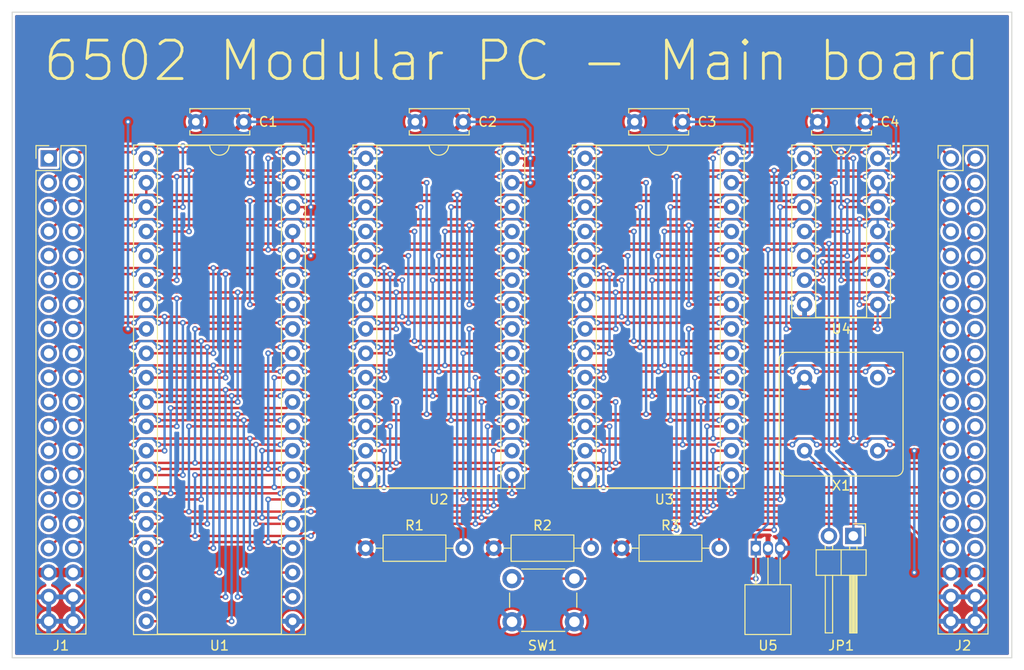
<source format=kicad_pcb>
(kicad_pcb (version 20171130) (host pcbnew "(5.1.8)-1")
  (layers (0 F.Cu signal) (31 B.Cu signal) (34 B.Paste user) (35 F.Paste user) (36 B.SilkS user) (37 F.SilkS user) (38 B.Mask user) (39 F.Mask user) (44 Edge.Cuts user))
  (net 0 "")
  (net 1 GND)
  (net 2 +5V)
  (net 3 CLK)
  (net 4 !READ)
  (net 5 !WRITE)
  (net 6 RDY)
  (net 7 R!W)
  (net 8 !IRQ)
  (net 9 !RESET)
  (net 10 PHI2)
  (net 11 PHI1)
  (net 12 !RAM_SELECT)
  (net 13 A14)
  (net 14 A13)
  (net 15 A12)
  (net 16 A11)
  (net 17 A10)
  (net 18 A9)
  (net 19 A8)
  (net 20 A7)
  (net 21 A6)
  (net 22 A5)
  (net 23 A4)
  (net 24 A3)
  (net 25 A2)
  (net 26 A1)
  (net 27 A0)
  (net 28 D7)
  (net 29 D6)
  (net 30 D5)
  (net 31 D4)
  (net 32 D3)
  (net 33 D2)
  (net 34 D1)
  (net 35 D0)
  (net 36 "Net-(U1-Pad35)")
  (net 37 "Net-(U1-Pad7)")
  (net 38 "Net-(U1-Pad5)")
  (net 39 "Net-(U1-Pad1)")
  (net 40 !ROM_SELECT)
  (net 41 !NMI)
  (net 42 CLK1)
  (net 43 "Net-(U4-Pad10)")
  (net 44 "Net-(X1-Pad1)")
  (module Capacitor_THT:C_Disc_D6.0mm_W2.5mm_P5.00mm (layer F.Cu) (at 156.21 30.48 180)
    (fp_text reference C4 (at -2.54 0) (layer F.SilkS))
    (fp_text value 0.1uF)
    (pad 2 thru_hole circle (at 5 0 180) (size 1.6 1.6) (drill 0.8) (layers *.Cu *.Mask) (net 1 GND))
    (pad 1 thru_hole circle (at 0 0 180) (size 1.6 1.6) (drill 0.8) (layers *.Cu *.Mask) (net 2 +5V))
  )
  (module Capacitor_THT:C_Disc_D6.0mm_W2.5mm_P5.00mm (layer F.Cu) (at 137.16 30.48 180)
    (fp_text reference C3 (at -2.54 0) (layer F.SilkS))
    (fp_text value 0.1uF)
    (pad 2 thru_hole circle (at 5 0 180) (size 1.6 1.6) (drill 0.8) (layers *.Cu *.Mask) (net 1 GND))
    (pad 1 thru_hole circle (at 0 0 180) (size 1.6 1.6) (drill 0.8) (layers *.Cu *.Mask) (net 2 +5V))
  )
  (module Capacitor_THT:C_Disc_D6.0mm_W2.5mm_P5.00mm (layer F.Cu) (at 114.3 30.48 180)
    (fp_text reference C2 (at -2.54 0) (layer F.SilkS))
    (fp_text value 0.1uF)
    (pad 2 thru_hole circle (at 5 0 180) (size 1.6 1.6) (drill 0.8) (layers *.Cu *.Mask) (net 1 GND))
    (pad 1 thru_hole circle (at 0 0 180) (size 1.6 1.6) (drill 0.8) (layers *.Cu *.Mask) (net 2 +5V))
  )
  (module Capacitor_THT:C_Disc_D6.0mm_W2.5mm_P5.00mm (layer F.Cu) (at 91.44 30.48 180)
    (fp_text reference C1 (at -2.54 0) (layer F.SilkS))
    (fp_text value 0.1uF)
    (pad 2 thru_hole circle (at 5 0 180) (size 1.6 1.6) (drill 0.8) (layers *.Cu *.Mask) (net 1 GND))
    (pad 1 thru_hole circle (at 0 0 180) (size 1.6 1.6) (drill 0.8) (layers *.Cu *.Mask) (net 2 +5V))
  )
  (module Button_Switch_THT:SW_PUSH_6mm (layer F.Cu) (at 119.38 78.105)
    (fp_text reference SW1 (at 3.175 6.985) (layer F.SilkS))
    (fp_text value RESET)
    (pad 1 thru_hole circle (at 6.5 0 90) (size 2 2) (drill 1.1) (layers *.Cu *.Mask) (net 9 !RESET))
    (pad 2 thru_hole circle (at 6.5 4.5 90) (size 2 2) (drill 1.1) (layers *.Cu *.Mask) (net 1 GND))
    (pad 1 thru_hole circle (at 0 0 90) (size 2 2) (drill 1.1) (layers *.Cu *.Mask) (net 9 !RESET))
    (pad 2 thru_hole circle (at 0 4.5 90) (size 2 2) (drill 1.1) (layers *.Cu *.Mask) (net 1 GND))
  )
  (module Connector_PinHeader_2.54mm:PinHeader_1x02_P2.54mm_Horizontal (layer F.Cu) (at 154.94 73.66 270)
    (fp_text reference JP1 (at 11.43 1.27 180) (layer F.SilkS))
    (fp_text value Jumper)
    (pad 1 thru_hole rect (at 0 0 270) (size 1.7 1.7) (drill 1) (layers *.Cu *.Mask) (net 3 CLK))
    (pad 2 thru_hole oval (at 0 2.54 270) (size 1.7 1.7) (drill 1) (layers *.Cu *.Mask) (net 42 CLK1))
  )
  (module Package_DIP:DIP-28_W15.24mm_Socket (layer F.Cu) (at 104.14 34.29)
    (fp_text reference U2 (at 7.62 35.56) (layer F.SilkS))
    (fp_text value 28C256)
    (pad 28 thru_hole oval (at 15.24 0) (size 1.6 1.6) (drill 0.8) (layers *.Cu *.Mask) (net 2 +5V))
    (pad 14 thru_hole oval (at 0 33.02) (size 1.6 1.6) (drill 0.8) (layers *.Cu *.Mask) (net 1 GND))
    (pad 27 thru_hole oval (at 15.24 2.54) (size 1.6 1.6) (drill 0.8) (layers *.Cu *.Mask) (net 2 +5V))
    (pad 13 thru_hole oval (at 0 30.48) (size 1.6 1.6) (drill 0.8) (layers *.Cu *.Mask) (net 33 D2))
    (pad 26 thru_hole oval (at 15.24 5.08) (size 1.6 1.6) (drill 0.8) (layers *.Cu *.Mask) (net 14 A13))
    (pad 12 thru_hole oval (at 0 27.94) (size 1.6 1.6) (drill 0.8) (layers *.Cu *.Mask) (net 34 D1))
    (pad 25 thru_hole oval (at 15.24 7.62) (size 1.6 1.6) (drill 0.8) (layers *.Cu *.Mask) (net 19 A8))
    (pad 11 thru_hole oval (at 0 25.4) (size 1.6 1.6) (drill 0.8) (layers *.Cu *.Mask) (net 35 D0))
    (pad 24 thru_hole oval (at 15.24 10.16) (size 1.6 1.6) (drill 0.8) (layers *.Cu *.Mask) (net 18 A9))
    (pad 10 thru_hole oval (at 0 22.86) (size 1.6 1.6) (drill 0.8) (layers *.Cu *.Mask) (net 27 A0))
    (pad 23 thru_hole oval (at 15.24 12.7) (size 1.6 1.6) (drill 0.8) (layers *.Cu *.Mask) (net 16 A11))
    (pad 9 thru_hole oval (at 0 20.32) (size 1.6 1.6) (drill 0.8) (layers *.Cu *.Mask) (net 26 A1))
    (pad 22 thru_hole oval (at 15.24 15.24) (size 1.6 1.6) (drill 0.8) (layers *.Cu *.Mask) (net 4 !READ))
    (pad 8 thru_hole oval (at 0 17.78) (size 1.6 1.6) (drill 0.8) (layers *.Cu *.Mask) (net 25 A2))
    (pad 21 thru_hole oval (at 15.24 17.78) (size 1.6 1.6) (drill 0.8) (layers *.Cu *.Mask) (net 17 A10))
    (pad 7 thru_hole oval (at 0 15.24) (size 1.6 1.6) (drill 0.8) (layers *.Cu *.Mask) (net 24 A3))
    (pad 20 thru_hole oval (at 15.24 20.32) (size 1.6 1.6) (drill 0.8) (layers *.Cu *.Mask) (net 40 !ROM_SELECT))
    (pad 6 thru_hole oval (at 0 12.7) (size 1.6 1.6) (drill 0.8) (layers *.Cu *.Mask) (net 23 A4))
    (pad 19 thru_hole oval (at 15.24 22.86) (size 1.6 1.6) (drill 0.8) (layers *.Cu *.Mask) (net 28 D7))
    (pad 5 thru_hole oval (at 0 10.16) (size 1.6 1.6) (drill 0.8) (layers *.Cu *.Mask) (net 22 A5))
    (pad 18 thru_hole oval (at 15.24 25.4) (size 1.6 1.6) (drill 0.8) (layers *.Cu *.Mask) (net 29 D6))
    (pad 4 thru_hole oval (at 0 7.62) (size 1.6 1.6) (drill 0.8) (layers *.Cu *.Mask) (net 21 A6))
    (pad 17 thru_hole oval (at 15.24 27.94) (size 1.6 1.6) (drill 0.8) (layers *.Cu *.Mask) (net 30 D5))
    (pad 3 thru_hole oval (at 0 5.08) (size 1.6 1.6) (drill 0.8) (layers *.Cu *.Mask) (net 20 A7))
    (pad 16 thru_hole oval (at 15.24 30.48) (size 1.6 1.6) (drill 0.8) (layers *.Cu *.Mask) (net 31 D4))
    (pad 2 thru_hole oval (at 0 2.54) (size 1.6 1.6) (drill 0.8) (layers *.Cu *.Mask) (net 15 A12))
    (pad 15 thru_hole oval (at 15.24 33.02) (size 1.6 1.6) (drill 0.8) (layers *.Cu *.Mask) (net 32 D3))
    (pad 1 thru_hole circle (at 0 0) (size 1.6 1.6) (drill 0.8) (layers *.Cu *.Mask) (net 1 GND))
  )
  (module Package_TO_SOT_THT:TO-92_Inline_Horizontal1 (layer F.Cu) (at 144.78 74.93)
    (fp_text reference U5 (at 1.27 10.16) (layer F.SilkS))
    (fp_text value DS1813)
    (pad 1 thru_hole rect (at 0 0) (size 1.05 1.5) (drill 0.75) (layers *.Cu *.Mask) (net 9 !RESET))
    (pad 3 thru_hole oval (at 2.54 0) (size 1.05 1.5) (drill 0.75) (layers *.Cu *.Mask) (net 1 GND))
    (pad 2 thru_hole oval (at 1.27 0) (size 1.05 1.5) (drill 0.75) (layers *.Cu *.Mask) (net 2 +5V))
  )
  (module Resistor_THT:R_Axial_DIN0207_L6.3mm_D2.5mm_P10.16mm_Horizontal (layer F.Cu) (at 130.81 74.93)
    (fp_text reference R3 (at 5.08 -2.37) (layer F.SilkS))
    (fp_text value 10k)
    (pad 2 thru_hole oval (at 10.16 0) (size 1.6 1.6) (drill 0.8) (layers *.Cu *.Mask) (net 8 !IRQ))
    (pad 1 thru_hole circle (at 0 0) (size 1.6 1.6) (drill 0.8) (layers *.Cu *.Mask) (net 2 +5V))
  )
  (module Resistor_THT:R_Axial_DIN0207_L6.3mm_D2.5mm_P10.16mm_Horizontal (layer F.Cu) (at 117.475 74.93)
    (fp_text reference R2 (at 5.08 -2.37) (layer F.SilkS))
    (fp_text value 10k)
    (pad 2 thru_hole oval (at 10.16 0) (size 1.6 1.6) (drill 0.8) (layers *.Cu *.Mask) (net 41 !NMI))
    (pad 1 thru_hole circle (at 0 0) (size 1.6 1.6) (drill 0.8) (layers *.Cu *.Mask) (net 2 +5V))
  )
  (module Resistor_THT:R_Axial_DIN0207_L6.3mm_D2.5mm_P10.16mm_Horizontal (layer F.Cu) (at 104.14 74.93)
    (fp_text reference R1 (at 5.08 -2.37) (layer F.SilkS))
    (fp_text value 10k)
    (pad 2 thru_hole oval (at 10.16 0) (size 1.6 1.6) (drill 0.8) (layers *.Cu *.Mask) (net 6 RDY))
    (pad 1 thru_hole circle (at 0 0) (size 1.6 1.6) (drill 0.8) (layers *.Cu *.Mask) (net 2 +5V))
  )
  (module Oscillator:Oscillator_DIP-8 (layer F.Cu) (at 157.48 57.15 180)
    (fp_text reference X1 (at 3.81 -11.26) (layer F.SilkS))
    (fp_text value 1MHz)
    (pad 4 thru_hole circle (at 7.62 0 180) (size 1.6 1.6) (drill 0.8) (layers *.Cu *.Mask) (net 1 GND))
    (pad 5 thru_hole circle (at 7.62 -7.62 180) (size 1.6 1.6) (drill 0.8) (layers *.Cu *.Mask) (net 42 CLK1))
    (pad 8 thru_hole circle (at 0 -7.62 180) (size 1.6 1.6) (drill 0.8) (layers *.Cu *.Mask) (net 2 +5V))
    (pad 1 thru_hole circle (at 0 0 180) (size 1.6 1.6) (drill 0.8) (layers *.Cu *.Mask) (net 44 "Net-(X1-Pad1)"))
  )
  (module Connector_PinHeader_2.54mm:PinHeader_2x20_P2.54mm_Vertical (layer F.Cu) (at 165.1 34.29)
    (fp_text reference J2 (at 1.27 50.8) (layer F.SilkS))
    (fp_text value Expansion)
    (pad 40 thru_hole oval (at 2.54 48.26) (size 1.7 1.7) (drill 1) (layers *.Cu *.Mask) (net 1 GND))
    (pad 39 thru_hole oval (at 0 48.26) (size 1.7 1.7) (drill 1) (layers *.Cu *.Mask) (net 1 GND))
    (pad 38 thru_hole oval (at 2.54 45.72) (size 1.7 1.7) (drill 1) (layers *.Cu *.Mask) (net 1 GND))
    (pad 37 thru_hole oval (at 0 45.72) (size 1.7 1.7) (drill 1) (layers *.Cu *.Mask) (net 1 GND))
    (pad 36 thru_hole oval (at 2.54 43.18) (size 1.7 1.7) (drill 1) (layers *.Cu *.Mask) (net 2 +5V))
    (pad 35 thru_hole oval (at 0 43.18) (size 1.7 1.7) (drill 1) (layers *.Cu *.Mask) (net 2 +5V))
    (pad 34 thru_hole oval (at 2.54 40.64) (size 1.7 1.7) (drill 1) (layers *.Cu *.Mask) (net 28 D7))
    (pad 33 thru_hole oval (at 0 40.64) (size 1.7 1.7) (drill 1) (layers *.Cu *.Mask) (net 29 D6))
    (pad 32 thru_hole oval (at 2.54 38.1) (size 1.7 1.7) (drill 1) (layers *.Cu *.Mask) (net 30 D5))
    (pad 31 thru_hole oval (at 0 38.1) (size 1.7 1.7) (drill 1) (layers *.Cu *.Mask) (net 31 D4))
    (pad 30 thru_hole oval (at 2.54 35.56) (size 1.7 1.7) (drill 1) (layers *.Cu *.Mask) (net 32 D3))
    (pad 29 thru_hole oval (at 0 35.56) (size 1.7 1.7) (drill 1) (layers *.Cu *.Mask) (net 33 D2))
    (pad 28 thru_hole oval (at 2.54 33.02) (size 1.7 1.7) (drill 1) (layers *.Cu *.Mask) (net 34 D1))
    (pad 27 thru_hole oval (at 0 33.02) (size 1.7 1.7) (drill 1) (layers *.Cu *.Mask) (net 35 D0))
    (pad 26 thru_hole oval (at 2.54 30.48) (size 1.7 1.7) (drill 1) (layers *.Cu *.Mask) (net 12 !RAM_SELECT))
    (pad 25 thru_hole oval (at 0 30.48) (size 1.7 1.7) (drill 1) (layers *.Cu *.Mask) (net 13 A14))
    (pad 24 thru_hole oval (at 2.54 27.94) (size 1.7 1.7) (drill 1) (layers *.Cu *.Mask) (net 14 A13))
    (pad 23 thru_hole oval (at 0 27.94) (size 1.7 1.7) (drill 1) (layers *.Cu *.Mask) (net 15 A12))
    (pad 22 thru_hole oval (at 2.54 25.4) (size 1.7 1.7) (drill 1) (layers *.Cu *.Mask) (net 16 A11))
    (pad 21 thru_hole oval (at 0 25.4) (size 1.7 1.7) (drill 1) (layers *.Cu *.Mask) (net 17 A10))
    (pad 20 thru_hole oval (at 2.54 22.86) (size 1.7 1.7) (drill 1) (layers *.Cu *.Mask) (net 18 A9))
    (pad 19 thru_hole oval (at 0 22.86) (size 1.7 1.7) (drill 1) (layers *.Cu *.Mask) (net 19 A8))
    (pad 18 thru_hole oval (at 2.54 20.32) (size 1.7 1.7) (drill 1) (layers *.Cu *.Mask) (net 20 A7))
    (pad 17 thru_hole oval (at 0 20.32) (size 1.7 1.7) (drill 1) (layers *.Cu *.Mask) (net 21 A6))
    (pad 16 thru_hole oval (at 2.54 17.78) (size 1.7 1.7) (drill 1) (layers *.Cu *.Mask) (net 22 A5))
    (pad 15 thru_hole oval (at 0 17.78) (size 1.7 1.7) (drill 1) (layers *.Cu *.Mask) (net 23 A4))
    (pad 14 thru_hole oval (at 2.54 15.24) (size 1.7 1.7) (drill 1) (layers *.Cu *.Mask) (net 24 A3))
    (pad 13 thru_hole oval (at 0 15.24) (size 1.7 1.7) (drill 1) (layers *.Cu *.Mask) (net 25 A2))
    (pad 12 thru_hole oval (at 2.54 12.7) (size 1.7 1.7) (drill 1) (layers *.Cu *.Mask) (net 26 A1))
    (pad 11 thru_hole oval (at 0 12.7) (size 1.7 1.7) (drill 1) (layers *.Cu *.Mask) (net 27 A0))
    (pad 10 thru_hole oval (at 2.54 10.16) (size 1.7 1.7) (drill 1) (layers *.Cu *.Mask) (net 9 !RESET))
    (pad 9 thru_hole oval (at 0 10.16) (size 1.7 1.7) (drill 1) (layers *.Cu *.Mask) (net 3 CLK))
    (pad 8 thru_hole oval (at 2.54 7.62) (size 1.7 1.7) (drill 1) (layers *.Cu *.Mask) (net 4 !READ))
    (pad 7 thru_hole oval (at 0 7.62) (size 1.7 1.7) (drill 1) (layers *.Cu *.Mask) (net 5 !WRITE))
    (pad 6 thru_hole oval (at 2.54 5.08) (size 1.7 1.7) (drill 1) (layers *.Cu *.Mask) (net 7 R!W))
    (pad 5 thru_hole oval (at 0 5.08) (size 1.7 1.7) (drill 1) (layers *.Cu *.Mask) (net 6 RDY))
    (pad 4 thru_hole oval (at 2.54 2.54) (size 1.7 1.7) (drill 1) (layers *.Cu *.Mask) (net 41 !NMI))
    (pad 3 thru_hole oval (at 0 2.54) (size 1.7 1.7) (drill 1) (layers *.Cu *.Mask) (net 8 !IRQ))
    (pad 2 thru_hole oval (at 2.54 0) (size 1.7 1.7) (drill 1) (layers *.Cu *.Mask) (net 10 PHI2))
    (pad 1 thru_hole circle (at 0 0) (size 1.7 1.7) (drill 1) (layers *.Cu *.Mask) (net 11 PHI1))
  )
  (module Package_DIP:DIP-14_W7.62mm_Socket (layer F.Cu) (at 149.86 34.29)
    (fp_text reference U4 (at 3.81 17.78) (layer F.SilkS))
    (fp_text value 74HC00)
    (pad 14 thru_hole oval (at 7.62 0) (size 1.6 1.6) (drill 0.8) (layers *.Cu *.Mask) (net 2 +5V))
    (pad 7 thru_hole oval (at 0 15.24) (size 1.6 1.6) (drill 0.8) (layers *.Cu *.Mask) (net 1 GND))
    (pad 13 thru_hole oval (at 7.62 2.54) (size 1.6 1.6) (drill 0.8) (layers *.Cu *.Mask) (net 7 R!W))
    (pad 6 thru_hole oval (at 0 12.7) (size 1.6 1.6) (drill 0.8) (layers *.Cu *.Mask) (net 43 "Net-(U4-Pad10)"))
    (pad 12 thru_hole oval (at 7.62 5.08) (size 1.6 1.6) (drill 0.8) (layers *.Cu *.Mask) (net 10 PHI2))
    (pad 5 thru_hole oval (at 0 10.16) (size 1.6 1.6) (drill 0.8) (layers *.Cu *.Mask) (net 7 R!W))
    (pad 11 thru_hole oval (at 7.62 7.62) (size 1.6 1.6) (drill 0.8) (layers *.Cu *.Mask) (net 4 !READ))
    (pad 4 thru_hole oval (at 0 7.62) (size 1.6 1.6) (drill 0.8) (layers *.Cu *.Mask) (net 7 R!W))
    (pad 10 thru_hole oval (at 7.62 10.16) (size 1.6 1.6) (drill 0.8) (layers *.Cu *.Mask) (net 43 "Net-(U4-Pad10)"))
    (pad 3 thru_hole oval (at 0 5.08) (size 1.6 1.6) (drill 0.8) (layers *.Cu *.Mask) (net 40 !ROM_SELECT))
    (pad 9 thru_hole oval (at 7.62 12.7) (size 1.6 1.6) (drill 0.8) (layers *.Cu *.Mask) (net 10 PHI2))
    (pad 2 thru_hole oval (at 0 2.54) (size 1.6 1.6) (drill 0.8) (layers *.Cu *.Mask) (net 12 !RAM_SELECT))
    (pad 8 thru_hole oval (at 7.62 15.24) (size 1.6 1.6) (drill 0.8) (layers *.Cu *.Mask) (net 5 !WRITE))
    (pad 1 thru_hole circle (at 0 0) (size 1.6 1.6) (drill 0.8) (layers *.Cu *.Mask) (net 13 A14))
  )
  (module Package_DIP:DIP-28_W15.24mm_Socket (layer F.Cu) (at 127 34.29)
    (fp_text reference U3 (at 8.255 35.56) (layer F.SilkS))
    (fp_text value AS6C62256)
    (pad 28 thru_hole oval (at 15.24 0) (size 1.6 1.6) (drill 0.8) (layers *.Cu *.Mask) (net 2 +5V))
    (pad 14 thru_hole oval (at 0 33.02) (size 1.6 1.6) (drill 0.8) (layers *.Cu *.Mask) (net 1 GND))
    (pad 27 thru_hole oval (at 15.24 2.54) (size 1.6 1.6) (drill 0.8) (layers *.Cu *.Mask) (net 5 !WRITE))
    (pad 13 thru_hole oval (at 0 30.48) (size 1.6 1.6) (drill 0.8) (layers *.Cu *.Mask) (net 33 D2))
    (pad 26 thru_hole oval (at 15.24 5.08) (size 1.6 1.6) (drill 0.8) (layers *.Cu *.Mask) (net 14 A13))
    (pad 12 thru_hole oval (at 0 27.94) (size 1.6 1.6) (drill 0.8) (layers *.Cu *.Mask) (net 34 D1))
    (pad 25 thru_hole oval (at 15.24 7.62) (size 1.6 1.6) (drill 0.8) (layers *.Cu *.Mask) (net 19 A8))
    (pad 11 thru_hole oval (at 0 25.4) (size 1.6 1.6) (drill 0.8) (layers *.Cu *.Mask) (net 35 D0))
    (pad 24 thru_hole oval (at 15.24 10.16) (size 1.6 1.6) (drill 0.8) (layers *.Cu *.Mask) (net 18 A9))
    (pad 10 thru_hole oval (at 0 22.86) (size 1.6 1.6) (drill 0.8) (layers *.Cu *.Mask) (net 27 A0))
    (pad 23 thru_hole oval (at 15.24 12.7) (size 1.6 1.6) (drill 0.8) (layers *.Cu *.Mask) (net 16 A11))
    (pad 9 thru_hole oval (at 0 20.32) (size 1.6 1.6) (drill 0.8) (layers *.Cu *.Mask) (net 26 A1))
    (pad 22 thru_hole oval (at 15.24 15.24) (size 1.6 1.6) (drill 0.8) (layers *.Cu *.Mask) (net 4 !READ))
    (pad 8 thru_hole oval (at 0 17.78) (size 1.6 1.6) (drill 0.8) (layers *.Cu *.Mask) (net 25 A2))
    (pad 21 thru_hole oval (at 15.24 17.78) (size 1.6 1.6) (drill 0.8) (layers *.Cu *.Mask) (net 17 A10))
    (pad 7 thru_hole oval (at 0 15.24) (size 1.6 1.6) (drill 0.8) (layers *.Cu *.Mask) (net 24 A3))
    (pad 20 thru_hole oval (at 15.24 20.32) (size 1.6 1.6) (drill 0.8) (layers *.Cu *.Mask) (net 12 !RAM_SELECT))
    (pad 6 thru_hole oval (at 0 12.7) (size 1.6 1.6) (drill 0.8) (layers *.Cu *.Mask) (net 23 A4))
    (pad 19 thru_hole oval (at 15.24 22.86) (size 1.6 1.6) (drill 0.8) (layers *.Cu *.Mask) (net 28 D7))
    (pad 5 thru_hole oval (at 0 10.16) (size 1.6 1.6) (drill 0.8) (layers *.Cu *.Mask) (net 22 A5))
    (pad 18 thru_hole oval (at 15.24 25.4) (size 1.6 1.6) (drill 0.8) (layers *.Cu *.Mask) (net 29 D6))
    (pad 4 thru_hole oval (at 0 7.62) (size 1.6 1.6) (drill 0.8) (layers *.Cu *.Mask) (net 21 A6))
    (pad 17 thru_hole oval (at 15.24 27.94) (size 1.6 1.6) (drill 0.8) (layers *.Cu *.Mask) (net 30 D5))
    (pad 3 thru_hole oval (at 0 5.08) (size 1.6 1.6) (drill 0.8) (layers *.Cu *.Mask) (net 20 A7))
    (pad 16 thru_hole oval (at 15.24 30.48) (size 1.6 1.6) (drill 0.8) (layers *.Cu *.Mask) (net 31 D4))
    (pad 2 thru_hole oval (at 0 2.54) (size 1.6 1.6) (drill 0.8) (layers *.Cu *.Mask) (net 15 A12))
    (pad 15 thru_hole oval (at 15.24 33.02) (size 1.6 1.6) (drill 0.8) (layers *.Cu *.Mask) (net 32 D3))
    (pad 1 thru_hole circle (at 0 0) (size 1.6 1.6) (drill 0.8) (layers *.Cu *.Mask) (net 13 A14))
  )
  (module Package_DIP:DIP-40_W15.24mm_Socket (layer F.Cu) (at 81.28 34.29)
    (fp_text reference U1 (at 7.62 50.8) (layer F.SilkS))
    (fp_text value W65C02SxP)
    (pad 40 thru_hole oval (at 15.24 0) (size 1.6 1.6) (drill 0.8) (layers *.Cu *.Mask) (net 9 !RESET))
    (pad 20 thru_hole oval (at 0 48.26) (size 1.6 1.6) (drill 0.8) (layers *.Cu *.Mask) (net 16 A11))
    (pad 39 thru_hole oval (at 15.24 2.54) (size 1.6 1.6) (drill 0.8) (layers *.Cu *.Mask) (net 10 PHI2))
    (pad 19 thru_hole oval (at 0 45.72) (size 1.6 1.6) (drill 0.8) (layers *.Cu *.Mask) (net 17 A10))
    (pad 38 thru_hole oval (at 15.24 5.08) (size 1.6 1.6) (drill 0.8) (layers *.Cu *.Mask) (net 2 +5V))
    (pad 18 thru_hole oval (at 0 43.18) (size 1.6 1.6) (drill 0.8) (layers *.Cu *.Mask) (net 18 A9))
    (pad 37 thru_hole oval (at 15.24 7.62) (size 1.6 1.6) (drill 0.8) (layers *.Cu *.Mask) (net 3 CLK))
    (pad 17 thru_hole oval (at 0 40.64) (size 1.6 1.6) (drill 0.8) (layers *.Cu *.Mask) (net 19 A8))
    (pad 36 thru_hole oval (at 15.24 10.16) (size 1.6 1.6) (drill 0.8) (layers *.Cu *.Mask) (net 2 +5V))
    (pad 16 thru_hole oval (at 0 38.1) (size 1.6 1.6) (drill 0.8) (layers *.Cu *.Mask) (net 20 A7))
    (pad 35 thru_hole oval (at 15.24 12.7) (size 1.6 1.6) (drill 0.8) (layers *.Cu *.Mask) (net 36 "Net-(U1-Pad35)"))
    (pad 15 thru_hole oval (at 0 35.56) (size 1.6 1.6) (drill 0.8) (layers *.Cu *.Mask) (net 21 A6))
    (pad 34 thru_hole oval (at 15.24 15.24) (size 1.6 1.6) (drill 0.8) (layers *.Cu *.Mask) (net 7 R!W))
    (pad 14 thru_hole oval (at 0 33.02) (size 1.6 1.6) (drill 0.8) (layers *.Cu *.Mask) (net 22 A5))
    (pad 33 thru_hole oval (at 15.24 17.78) (size 1.6 1.6) (drill 0.8) (layers *.Cu *.Mask) (net 35 D0))
    (pad 13 thru_hole oval (at 0 30.48) (size 1.6 1.6) (drill 0.8) (layers *.Cu *.Mask) (net 23 A4))
    (pad 32 thru_hole oval (at 15.24 20.32) (size 1.6 1.6) (drill 0.8) (layers *.Cu *.Mask) (net 34 D1))
    (pad 12 thru_hole oval (at 0 27.94) (size 1.6 1.6) (drill 0.8) (layers *.Cu *.Mask) (net 24 A3))
    (pad 31 thru_hole oval (at 15.24 22.86) (size 1.6 1.6) (drill 0.8) (layers *.Cu *.Mask) (net 33 D2))
    (pad 11 thru_hole oval (at 0 25.4) (size 1.6 1.6) (drill 0.8) (layers *.Cu *.Mask) (net 25 A2))
    (pad 30 thru_hole oval (at 15.24 25.4) (size 1.6 1.6) (drill 0.8) (layers *.Cu *.Mask) (net 32 D3))
    (pad 10 thru_hole oval (at 0 22.86) (size 1.6 1.6) (drill 0.8) (layers *.Cu *.Mask) (net 26 A1))
    (pad 29 thru_hole oval (at 15.24 27.94) (size 1.6 1.6) (drill 0.8) (layers *.Cu *.Mask) (net 31 D4))
    (pad 9 thru_hole oval (at 0 20.32) (size 1.6 1.6) (drill 0.8) (layers *.Cu *.Mask) (net 27 A0))
    (pad 28 thru_hole oval (at 15.24 30.48) (size 1.6 1.6) (drill 0.8) (layers *.Cu *.Mask) (net 30 D5))
    (pad 8 thru_hole oval (at 0 17.78) (size 1.6 1.6) (drill 0.8) (layers *.Cu *.Mask) (net 2 +5V))
    (pad 27 thru_hole oval (at 15.24 33.02) (size 1.6 1.6) (drill 0.8) (layers *.Cu *.Mask) (net 29 D6))
    (pad 7 thru_hole oval (at 0 15.24) (size 1.6 1.6) (drill 0.8) (layers *.Cu *.Mask) (net 37 "Net-(U1-Pad7)"))
    (pad 26 thru_hole oval (at 15.24 35.56) (size 1.6 1.6) (drill 0.8) (layers *.Cu *.Mask) (net 28 D7))
    (pad 6 thru_hole oval (at 0 12.7) (size 1.6 1.6) (drill 0.8) (layers *.Cu *.Mask) (net 41 !NMI))
    (pad 25 thru_hole oval (at 15.24 38.1) (size 1.6 1.6) (drill 0.8) (layers *.Cu *.Mask) (net 12 !RAM_SELECT))
    (pad 5 thru_hole oval (at 0 10.16) (size 1.6 1.6) (drill 0.8) (layers *.Cu *.Mask) (net 38 "Net-(U1-Pad5)"))
    (pad 24 thru_hole oval (at 15.24 40.64) (size 1.6 1.6) (drill 0.8) (layers *.Cu *.Mask) (net 13 A14))
    (pad 4 thru_hole oval (at 0 7.62) (size 1.6 1.6) (drill 0.8) (layers *.Cu *.Mask) (net 8 !IRQ))
    (pad 23 thru_hole oval (at 15.24 43.18) (size 1.6 1.6) (drill 0.8) (layers *.Cu *.Mask) (net 14 A13))
    (pad 3 thru_hole oval (at 0 5.08) (size 1.6 1.6) (drill 0.8) (layers *.Cu *.Mask) (net 11 PHI1))
    (pad 22 thru_hole oval (at 15.24 45.72) (size 1.6 1.6) (drill 0.8) (layers *.Cu *.Mask) (net 15 A12))
    (pad 2 thru_hole oval (at 0 2.54) (size 1.6 1.6) (drill 0.8) (layers *.Cu *.Mask) (net 6 RDY))
    (pad 21 thru_hole oval (at 15.24 48.26) (size 1.6 1.6) (drill 0.8) (layers *.Cu *.Mask) (net 1 GND))
    (pad 1 thru_hole circle (at 0 0) (size 1.6 1.6) (drill 0.8) (layers *.Cu *.Mask) (net 39 "Net-(U1-Pad1)"))
  )
  (module Connector_PinHeader_2.54mm:PinHeader_2x20_P2.54mm_Vertical (layer F.Cu) (at 71.12 34.29)
    (fp_text reference J1 (at 1.27 50.8) (layer F.SilkS))
    (fp_text value Expansion)
    (pad 40 thru_hole oval (at 2.54 48.26) (size 1.7 1.7) (drill 1) (layers *.Cu *.Mask) (net 1 GND))
    (pad 39 thru_hole oval (at 0 48.26) (size 1.7 1.7) (drill 1) (layers *.Cu *.Mask) (net 1 GND))
    (pad 38 thru_hole oval (at 2.54 45.72) (size 1.7 1.7) (drill 1) (layers *.Cu *.Mask) (net 1 GND))
    (pad 37 thru_hole oval (at 0 45.72) (size 1.7 1.7) (drill 1) (layers *.Cu *.Mask) (net 1 GND))
    (pad 36 thru_hole oval (at 2.54 43.18) (size 1.7 1.7) (drill 1) (layers *.Cu *.Mask) (net 2 +5V))
    (pad 35 thru_hole oval (at 0 43.18) (size 1.7 1.7) (drill 1) (layers *.Cu *.Mask) (net 2 +5V))
    (pad 34 thru_hole oval (at 2.54 40.64) (size 1.7 1.7) (drill 1) (layers *.Cu *.Mask) (net 28 D7))
    (pad 33 thru_hole oval (at 0 40.64) (size 1.7 1.7) (drill 1) (layers *.Cu *.Mask) (net 29 D6))
    (pad 32 thru_hole oval (at 2.54 38.1) (size 1.7 1.7) (drill 1) (layers *.Cu *.Mask) (net 30 D5))
    (pad 31 thru_hole oval (at 0 38.1) (size 1.7 1.7) (drill 1) (layers *.Cu *.Mask) (net 31 D4))
    (pad 30 thru_hole oval (at 2.54 35.56) (size 1.7 1.7) (drill 1) (layers *.Cu *.Mask) (net 32 D3))
    (pad 29 thru_hole oval (at 0 35.56) (size 1.7 1.7) (drill 1) (layers *.Cu *.Mask) (net 33 D2))
    (pad 28 thru_hole oval (at 2.54 33.02) (size 1.7 1.7) (drill 1) (layers *.Cu *.Mask) (net 34 D1))
    (pad 27 thru_hole oval (at 0 33.02) (size 1.7 1.7) (drill 1) (layers *.Cu *.Mask) (net 35 D0))
    (pad 26 thru_hole oval (at 2.54 30.48) (size 1.7 1.7) (drill 1) (layers *.Cu *.Mask) (net 12 !RAM_SELECT))
    (pad 25 thru_hole oval (at 0 30.48) (size 1.7 1.7) (drill 1) (layers *.Cu *.Mask) (net 13 A14))
    (pad 24 thru_hole oval (at 2.54 27.94) (size 1.7 1.7) (drill 1) (layers *.Cu *.Mask) (net 14 A13))
    (pad 23 thru_hole oval (at 0 27.94) (size 1.7 1.7) (drill 1) (layers *.Cu *.Mask) (net 15 A12))
    (pad 22 thru_hole oval (at 2.54 25.4) (size 1.7 1.7) (drill 1) (layers *.Cu *.Mask) (net 16 A11))
    (pad 21 thru_hole oval (at 0 25.4) (size 1.7 1.7) (drill 1) (layers *.Cu *.Mask) (net 17 A10))
    (pad 20 thru_hole oval (at 2.54 22.86) (size 1.7 1.7) (drill 1) (layers *.Cu *.Mask) (net 18 A9))
    (pad 19 thru_hole oval (at 0 22.86) (size 1.7 1.7) (drill 1) (layers *.Cu *.Mask) (net 19 A8))
    (pad 18 thru_hole oval (at 2.54 20.32) (size 1.7 1.7) (drill 1) (layers *.Cu *.Mask) (net 20 A7))
    (pad 17 thru_hole oval (at 0 20.32) (size 1.7 1.7) (drill 1) (layers *.Cu *.Mask) (net 21 A6))
    (pad 16 thru_hole oval (at 2.54 17.78) (size 1.7 1.7) (drill 1) (layers *.Cu *.Mask) (net 22 A5))
    (pad 15 thru_hole oval (at 0 17.78) (size 1.7 1.7) (drill 1) (layers *.Cu *.Mask) (net 23 A4))
    (pad 14 thru_hole oval (at 2.54 15.24) (size 1.7 1.7) (drill 1) (layers *.Cu *.Mask) (net 24 A3))
    (pad 13 thru_hole oval (at 0 15.24) (size 1.7 1.7) (drill 1) (layers *.Cu *.Mask) (net 25 A2))
    (pad 12 thru_hole oval (at 2.54 12.7) (size 1.7 1.7) (drill 1) (layers *.Cu *.Mask) (net 26 A1))
    (pad 11 thru_hole oval (at 0 12.7) (size 1.7 1.7) (drill 1) (layers *.Cu *.Mask) (net 27 A0))
    (pad 10 thru_hole oval (at 2.54 10.16) (size 1.7 1.7) (drill 1) (layers *.Cu *.Mask) (net 9 !RESET))
    (pad 9 thru_hole oval (at 0 10.16) (size 1.7 1.7) (drill 1) (layers *.Cu *.Mask) (net 3 CLK))
    (pad 8 thru_hole oval (at 2.54 7.62) (size 1.7 1.7) (drill 1) (layers *.Cu *.Mask) (net 4 !READ))
    (pad 7 thru_hole oval (at 0 7.62) (size 1.7 1.7) (drill 1) (layers *.Cu *.Mask) (net 5 !WRITE))
    (pad 6 thru_hole oval (at 2.54 5.08) (size 1.7 1.7) (drill 1) (layers *.Cu *.Mask) (net 7 R!W))
    (pad 5 thru_hole oval (at 0 5.08) (size 1.7 1.7) (drill 1) (layers *.Cu *.Mask) (net 6 RDY))
    (pad 4 thru_hole oval (at 2.54 2.54) (size 1.7 1.7) (drill 1) (layers *.Cu *.Mask) (net 41 !NMI))
    (pad 3 thru_hole oval (at 0 2.54) (size 1.7 1.7) (drill 1) (layers *.Cu *.Mask) (net 8 !IRQ))
    (pad 2 thru_hole oval (at 2.54 0) (size 1.7 1.7) (drill 1) (layers *.Cu *.Mask) (net 10 PHI2))
    (pad 1 thru_hole rect (at 0 0) (size 1.7 1.7) (drill 1) (layers *.Cu *.Mask) (net 11 PHI1))
  )
  (gr_text "6502 Modular PC - Main board" (at 119.38 24.13) (layer F.SilkS) (effects (font (size 4 4) (thickness 0.3))))
  (gr_line (start 67.31 86.36) (end 67.31 19.05) (layer Edge.Cuts) (width 0.1))
  (gr_line (start 171.45 86.36) (end 67.31 86.36) (layer Edge.Cuts) (width 0.1))
  (gr_line (start 171.45 19.05) (end 171.45 86.36) (layer Edge.Cuts) (width 0.1))
  (gr_line (start 67.31 19.05) (end 171.45 19.05) (layer Edge.Cuts) (width 0.1))
  (segment (start 104.14 34.29) (end 106.045 34.29) (width 0.25) (layer B.Cu) (net 1))
  (segment (start 104.14 34.29) (end 102.235 34.29) (width 0.25) (layer B.Cu) (net 1))
  (via (at 161.29 77.47) (size 0.6) (drill 0.3) (layers F.Cu B.Cu) (net 2))
  (via (at 161.29 64.77) (size 0.6) (drill 0.3) (layers F.Cu B.Cu) (net 2))
  (segment (start 161.29 64.77) (end 161.29 77.47) (width 0.25) (layer B.Cu) (net 2))
  (segment (start 157.48 64.77) (end 161.29 64.77) (width 0.25) (layer F.Cu) (net 2))
  (via (at 121.285 36.83) (size 0.6) (drill 0.3) (layers F.Cu B.Cu) (net 2))
  (segment (start 121.285 36.83) (end 119.38 36.83) (width 0.25) (layer F.Cu) (net 2))
  (via (at 121.285 34.29) (size 0.6) (drill 0.3) (layers F.Cu B.Cu) (net 2))
  (segment (start 121.285 34.29) (end 121.285 36.83) (width 0.25) (layer B.Cu) (net 2))
  (segment (start 119.38 34.29) (end 121.285 34.29) (width 0.25) (layer F.Cu) (net 2))
  (via (at 98.425 44.45) (size 0.6) (drill 0.3) (layers F.Cu B.Cu) (net 2))
  (segment (start 98.425 44.45) (end 96.52 44.45) (width 0.25) (layer F.Cu) (net 2))
  (via (at 98.425 39.37) (size 0.6) (drill 0.3) (layers F.Cu B.Cu) (net 2))
  (segment (start 96.52 39.37) (end 98.425 39.37) (width 0.25) (layer F.Cu) (net 2))
  (segment (start 98.425 39.37) (end 98.425 44.45) (width 0.25) (layer B.Cu) (net 2))
  (via (at 79.375 52.07) (size 0.6) (drill 0.3) (layers F.Cu B.Cu) (net 2))
  (segment (start 81.28 52.07) (end 79.375 52.07) (width 0.25) (layer F.Cu) (net 2))
  (via (at 79.375 30.48) (size 0.6) (drill 0.3) (layers F.Cu B.Cu) (net 2))
  (segment (start 79.375 52.07) (end 79.375 30.48) (width 0.25) (layer B.Cu) (net 2))
  (segment (start 97.79 30.48) (end 91.44 30.48) (width 0.25) (layer B.Cu) (net 2))
  (segment (start 98.425 31.115) (end 97.79 30.48) (width 0.25) (layer B.Cu) (net 2))
  (segment (start 98.425 39.37) (end 98.425 31.115) (width 0.25) (layer B.Cu) (net 2))
  (segment (start 121.285 34.29) (end 121.285 31.115) (width 0.25) (layer B.Cu) (net 2))
  (segment (start 121.285 31.115) (end 120.65 30.48) (width 0.25) (layer B.Cu) (net 2))
  (segment (start 120.65 30.48) (end 114.3 30.48) (width 0.25) (layer B.Cu) (net 2))
  (segment (start 137.16 30.48) (end 143.51 30.48) (width 0.25) (layer B.Cu) (net 2))
  (segment (start 143.51 30.48) (end 144.145 31.115) (width 0.25) (layer B.Cu) (net 2))
  (segment (start 144.145 33.945002) (end 143.800002 34.29) (width 0.25) (layer B.Cu) (net 2))
  (segment (start 143.800002 34.29) (end 142.24 34.29) (width 0.25) (layer B.Cu) (net 2))
  (segment (start 144.145 31.115) (end 144.145 33.945002) (width 0.25) (layer B.Cu) (net 2))
  (segment (start 159.040002 34.29) (end 159.385 33.945002) (width 0.25) (layer B.Cu) (net 2))
  (segment (start 157.48 34.29) (end 159.040002 34.29) (width 0.25) (layer B.Cu) (net 2))
  (segment (start 159.385 33.945002) (end 159.385 31.115) (width 0.25) (layer B.Cu) (net 2))
  (segment (start 158.75 30.48) (end 156.21 30.48) (width 0.25) (layer B.Cu) (net 2))
  (segment (start 159.385 31.115) (end 158.75 30.48) (width 0.25) (layer B.Cu) (net 2))
  (segment (start 71.12 44.45) (end 72.39 43.18) (width 0.25) (layer F.Cu) (net 3))
  (segment (start 72.39 43.18) (end 85.725 43.18) (width 0.25) (layer F.Cu) (net 3))
  (segment (start 85.725 43.18) (end 96.52 43.18) (width 0.25) (layer F.Cu) (net 3))
  (segment (start 96.52 41.91) (end 96.52 43.18) (width 0.25) (layer F.Cu) (net 3))
  (segment (start 163.83 43.18) (end 165.1 44.45) (width 0.25) (layer F.Cu) (net 3))
  (segment (start 152.4 43.18) (end 163.83 43.18) (width 0.25) (layer F.Cu) (net 3))
  (segment (start 96.52 43.18) (end 152.4 43.18) (width 0.25) (layer F.Cu) (net 3))
  (segment (start 154.94 73.66) (end 154.94 67.31) (width 0.25) (layer B.Cu) (net 3))
  (segment (start 154.94 67.31) (end 152.4 64.77) (width 0.25) (layer B.Cu) (net 3))
  (via (at 152.4 43.18) (size 0.6) (drill 0.3) (layers F.Cu B.Cu) (net 3))
  (segment (start 152.4 64.77) (end 152.4 43.18) (width 0.25) (layer B.Cu) (net 3))
  (segment (start 97.155 40.64) (end 97.79 41.275) (width 0.25) (layer B.Cu) (net 4))
  (segment (start 95.25 41.275) (end 95.885 40.64) (width 0.25) (layer B.Cu) (net 4))
  (segment (start 81.915 40.64) (end 82.55 41.275) (width 0.25) (layer B.Cu) (net 4))
  (segment (start 80.01 41.275) (end 80.645 40.64) (width 0.25) (layer B.Cu) (net 4))
  (segment (start 74.295 41.275) (end 73.66 41.91) (width 0.25) (layer F.Cu) (net 4))
  (segment (start 82.55 41.275) (end 95.25 41.275) (width 0.25) (layer F.Cu) (net 4))
  (segment (start 80.01 41.275) (end 74.295 41.275) (width 0.25) (layer F.Cu) (net 4))
  (segment (start 95.885 40.64) (end 97.155 40.64) (width 0.25) (layer B.Cu) (net 4))
  (segment (start 80.645 40.64) (end 81.915 40.64) (width 0.25) (layer B.Cu) (net 4))
  (via (at 95.25 41.275) (size 0.6) (drill 0.3) (layers F.Cu B.Cu) (net 4))
  (via (at 82.55 41.275) (size 0.6) (drill 0.3) (layers F.Cu B.Cu) (net 4))
  (via (at 97.79 41.275) (size 0.6) (drill 0.3) (layers F.Cu B.Cu) (net 4))
  (via (at 80.01 41.275) (size 0.6) (drill 0.3) (layers F.Cu B.Cu) (net 4))
  (via (at 120.65 41.275) (size 0.6) (drill 0.3) (layers F.Cu B.Cu) (net 4))
  (via (at 105.41 41.275) (size 0.6) (drill 0.3) (layers F.Cu B.Cu) (net 4))
  (via (at 102.87 41.275) (size 0.6) (drill 0.3) (layers F.Cu B.Cu) (net 4))
  (via (at 118.11 41.275) (size 0.6) (drill 0.3) (layers F.Cu B.Cu) (net 4))
  (segment (start 120.015 40.64) (end 120.65 41.275) (width 0.25) (layer B.Cu) (net 4))
  (segment (start 118.745 40.64) (end 120.015 40.64) (width 0.25) (layer B.Cu) (net 4))
  (segment (start 102.87 41.275) (end 103.505 40.64) (width 0.25) (layer B.Cu) (net 4))
  (segment (start 105.41 41.275) (end 118.11 41.275) (width 0.25) (layer F.Cu) (net 4))
  (segment (start 97.79 41.275) (end 102.87 41.275) (width 0.25) (layer F.Cu) (net 4))
  (segment (start 103.505 40.64) (end 104.775 40.64) (width 0.25) (layer B.Cu) (net 4))
  (segment (start 104.775 40.64) (end 105.41 41.275) (width 0.25) (layer B.Cu) (net 4))
  (segment (start 118.11 41.275) (end 118.745 40.64) (width 0.25) (layer B.Cu) (net 4))
  (via (at 114.935 49.53) (size 0.6) (drill 0.3) (layers F.Cu B.Cu) (net 4))
  (segment (start 119.38 49.53) (end 114.935 49.53) (width 0.25) (layer F.Cu) (net 4))
  (via (at 114.935 41.275) (size 0.6) (drill 0.3) (layers F.Cu B.Cu) (net 4))
  (segment (start 114.935 49.53) (end 114.935 41.275) (width 0.25) (layer B.Cu) (net 4))
  (via (at 128.27 41.275) (size 0.6) (drill 0.3) (layers F.Cu B.Cu) (net 4))
  (via (at 140.97 41.275) (size 0.6) (drill 0.3) (layers F.Cu B.Cu) (net 4))
  (via (at 143.51 41.275) (size 0.6) (drill 0.3) (layers F.Cu B.Cu) (net 4))
  (via (at 125.73 41.275) (size 0.6) (drill 0.3) (layers F.Cu B.Cu) (net 4))
  (segment (start 142.875 40.64) (end 143.51 41.275) (width 0.25) (layer B.Cu) (net 4))
  (segment (start 140.97 41.275) (end 141.605 40.64) (width 0.25) (layer B.Cu) (net 4))
  (segment (start 127.635 40.64) (end 128.27 41.275) (width 0.25) (layer B.Cu) (net 4))
  (segment (start 126.365 40.64) (end 127.635 40.64) (width 0.25) (layer B.Cu) (net 4))
  (segment (start 125.73 41.275) (end 126.365 40.64) (width 0.25) (layer B.Cu) (net 4))
  (segment (start 128.27 41.275) (end 140.97 41.275) (width 0.25) (layer F.Cu) (net 4))
  (segment (start 120.65 41.275) (end 125.73 41.275) (width 0.25) (layer F.Cu) (net 4))
  (segment (start 141.605 40.64) (end 142.875 40.64) (width 0.25) (layer B.Cu) (net 4))
  (segment (start 137.795 49.53) (end 137.795 41.275) (width 0.25) (layer B.Cu) (net 4))
  (via (at 151.13 41.275) (size 0.6) (drill 0.3) (layers F.Cu B.Cu) (net 4))
  (via (at 158.75 41.275) (size 0.6) (drill 0.3) (layers F.Cu B.Cu) (net 4))
  (via (at 148.59 41.275) (size 0.6) (drill 0.3) (layers F.Cu B.Cu) (net 4))
  (via (at 156.21 41.275) (size 0.6) (drill 0.3) (layers F.Cu B.Cu) (net 4))
  (segment (start 162.56141 41.275) (end 158.75 41.275) (width 0.25) (layer F.Cu) (net 4))
  (segment (start 148.59 41.275) (end 143.51 41.275) (width 0.25) (layer F.Cu) (net 4))
  (segment (start 151.13 41.275) (end 150.495 40.64) (width 0.25) (layer B.Cu) (net 4))
  (segment (start 150.495 40.64) (end 149.225 40.64) (width 0.25) (layer B.Cu) (net 4))
  (segment (start 156.21 41.275) (end 151.13 41.275) (width 0.25) (layer F.Cu) (net 4))
  (segment (start 158.75 41.275) (end 158.115 40.64) (width 0.25) (layer B.Cu) (net 4))
  (segment (start 164.46641 43.18) (end 162.56141 41.275) (width 0.25) (layer F.Cu) (net 4))
  (segment (start 166.37 43.18) (end 164.46641 43.18) (width 0.25) (layer F.Cu) (net 4))
  (segment (start 167.64 41.91) (end 166.37 43.18) (width 0.25) (layer F.Cu) (net 4))
  (segment (start 156.845 40.64) (end 156.21 41.275) (width 0.25) (layer B.Cu) (net 4))
  (segment (start 149.225 40.64) (end 148.59 41.275) (width 0.25) (layer B.Cu) (net 4))
  (segment (start 137.795 41.275) (end 137.795 41.275) (width 0.25) (layer B.Cu) (net 4))
  (via (at 137.795 41.275) (size 0.6) (drill 0.3) (layers F.Cu B.Cu) (net 4))
  (via (at 137.795 49.53) (size 0.6) (drill 0.3) (layers F.Cu B.Cu) (net 4))
  (segment (start 142.24 49.53) (end 137.795 49.53) (width 0.25) (layer F.Cu) (net 4))
  (segment (start 157.48 41.91) (end 157.48 40.64) (width 0.25) (layer B.Cu) (net 4))
  (segment (start 157.48 40.64) (end 156.845 40.64) (width 0.25) (layer B.Cu) (net 4))
  (segment (start 158.115 40.64) (end 157.48 40.64) (width 0.25) (layer B.Cu) (net 4))
  (segment (start 71.12 41.91) (end 72.39 40.64) (width 0.25) (layer F.Cu) (net 5))
  (segment (start 165.1 41.91) (end 163.83 40.64) (width 0.25) (layer F.Cu) (net 5))
  (via (at 147.955 36.83) (size 0.6) (drill 0.3) (layers F.Cu B.Cu) (net 5))
  (segment (start 142.24 36.83) (end 147.955 36.83) (width 0.25) (layer F.Cu) (net 5))
  (via (at 147.955 52.07) (size 0.6) (drill 0.3) (layers F.Cu B.Cu) (net 5))
  (segment (start 147.955 36.83) (end 147.955 52.07) (width 0.25) (layer B.Cu) (net 5))
  (via (at 157.48 52.07) (size 0.6) (drill 0.3) (layers F.Cu B.Cu) (net 5))
  (segment (start 147.955 52.07) (end 157.48 52.07) (width 0.25) (layer F.Cu) (net 5))
  (segment (start 157.48 52.07) (end 157.48 49.53) (width 0.25) (layer B.Cu) (net 5))
  (via (at 155.575 49.53) (size 0.6) (drill 0.3) (layers F.Cu B.Cu) (net 5))
  (segment (start 157.48 49.53) (end 155.575 49.53) (width 0.25) (layer F.Cu) (net 5))
  (segment (start 155.575 49.53) (end 155.575 40.64) (width 0.25) (layer B.Cu) (net 5))
  (via (at 155.575 40.64) (size 0.6) (drill 0.3) (layers F.Cu B.Cu) (net 5))
  (segment (start 155.575 40.64) (end 72.39 40.64) (width 0.25) (layer F.Cu) (net 5))
  (segment (start 163.83 40.64) (end 155.575 40.64) (width 0.25) (layer F.Cu) (net 5))
  (segment (start 71.12 39.37) (end 72.39 38.1) (width 0.25) (layer F.Cu) (net 6))
  (segment (start 72.39 38.1) (end 81.28 38.1) (width 0.25) (layer F.Cu) (net 6))
  (segment (start 81.28 36.83) (end 81.28 38.1) (width 0.25) (layer F.Cu) (net 6))
  (segment (start 163.83 38.1) (end 165.1 39.37) (width 0.25) (layer F.Cu) (net 6))
  (segment (start 81.28 38.1) (end 99.06 38.1) (width 0.25) (layer F.Cu) (net 6))
  (segment (start 114.3 74.93) (end 114.3 73.025) (width 0.25) (layer B.Cu) (net 6))
  (via (at 113.665 38.1) (size 0.6) (drill 0.3) (layers F.Cu B.Cu) (net 6))
  (segment (start 113.665 72.39) (end 113.665 38.1) (width 0.25) (layer B.Cu) (net 6))
  (segment (start 114.3 73.025) (end 113.665 72.39) (width 0.25) (layer B.Cu) (net 6))
  (segment (start 113.665 38.1) (end 163.83 38.1) (width 0.25) (layer F.Cu) (net 6))
  (segment (start 99.06 38.1) (end 113.665 38.1) (width 0.25) (layer F.Cu) (net 6))
  (via (at 82.55 38.735) (size 0.6) (drill 0.3) (layers F.Cu B.Cu) (net 7))
  (via (at 95.25 38.735) (size 0.6) (drill 0.3) (layers F.Cu B.Cu) (net 7))
  (via (at 97.79 38.735) (size 0.6) (drill 0.3) (layers F.Cu B.Cu) (net 7))
  (via (at 80.01 38.735) (size 0.6) (drill 0.3) (layers F.Cu B.Cu) (net 7))
  (segment (start 80.645 38.1) (end 81.915 38.1) (width 0.25) (layer B.Cu) (net 7))
  (segment (start 80.01 38.735) (end 80.645 38.1) (width 0.25) (layer B.Cu) (net 7))
  (segment (start 74.295 38.735) (end 73.66 39.37) (width 0.25) (layer F.Cu) (net 7))
  (segment (start 97.155 38.1) (end 97.79 38.735) (width 0.25) (layer B.Cu) (net 7))
  (segment (start 95.25 38.735) (end 95.885 38.1) (width 0.25) (layer B.Cu) (net 7))
  (segment (start 80.01 38.735) (end 74.295 38.735) (width 0.25) (layer F.Cu) (net 7))
  (segment (start 81.915 38.1) (end 82.55 38.735) (width 0.25) (layer B.Cu) (net 7))
  (segment (start 95.885 38.1) (end 97.155 38.1) (width 0.25) (layer B.Cu) (net 7))
  (segment (start 94.615 38.735) (end 95.25 38.735) (width 0.25) (layer F.Cu) (net 7))
  (segment (start 93.98 38.735) (end 94.615 38.735) (width 0.25) (layer F.Cu) (net 7))
  (via (at 92.075 49.53) (size 0.6) (drill 0.3) (layers F.Cu B.Cu) (net 7))
  (segment (start 96.52 49.53) (end 92.075 49.53) (width 0.25) (layer F.Cu) (net 7))
  (via (at 92.075 38.735) (size 0.6) (drill 0.3) (layers F.Cu B.Cu) (net 7))
  (segment (start 92.075 49.53) (end 92.075 38.735) (width 0.25) (layer B.Cu) (net 7))
  (segment (start 92.075 38.735) (end 93.98 38.735) (width 0.25) (layer F.Cu) (net 7))
  (segment (start 82.55 38.735) (end 92.075 38.735) (width 0.25) (layer F.Cu) (net 7))
  (via (at 118.11 38.735) (size 0.6) (drill 0.3) (layers F.Cu B.Cu) (net 7))
  (via (at 105.41 38.735) (size 0.6) (drill 0.3) (layers F.Cu B.Cu) (net 7))
  (via (at 120.65 38.735) (size 0.6) (drill 0.3) (layers F.Cu B.Cu) (net 7))
  (via (at 102.87 38.735) (size 0.6) (drill 0.3) (layers F.Cu B.Cu) (net 7))
  (segment (start 97.79 38.735) (end 102.87 38.735) (width 0.25) (layer F.Cu) (net 7))
  (segment (start 120.015 38.1) (end 120.65 38.735) (width 0.25) (layer B.Cu) (net 7))
  (segment (start 105.41 38.735) (end 118.11 38.735) (width 0.25) (layer F.Cu) (net 7))
  (segment (start 102.87 38.735) (end 103.505 38.1) (width 0.25) (layer B.Cu) (net 7))
  (segment (start 103.505 38.1) (end 104.775 38.1) (width 0.25) (layer B.Cu) (net 7))
  (segment (start 118.11 38.735) (end 118.745 38.1) (width 0.25) (layer B.Cu) (net 7))
  (segment (start 118.745 38.1) (end 120.015 38.1) (width 0.25) (layer B.Cu) (net 7))
  (segment (start 104.775 38.1) (end 105.41 38.735) (width 0.25) (layer B.Cu) (net 7))
  (via (at 125.73 38.735) (size 0.6) (drill 0.3) (layers F.Cu B.Cu) (net 7))
  (via (at 143.51 38.735) (size 0.6) (drill 0.3) (layers F.Cu B.Cu) (net 7))
  (via (at 140.97 38.735) (size 0.6) (drill 0.3) (layers F.Cu B.Cu) (net 7))
  (via (at 128.27 38.735) (size 0.6) (drill 0.3) (layers F.Cu B.Cu) (net 7))
  (segment (start 120.65 38.735) (end 125.73 38.735) (width 0.25) (layer F.Cu) (net 7))
  (segment (start 125.73 38.735) (end 126.365 38.1) (width 0.25) (layer B.Cu) (net 7))
  (segment (start 126.365 38.1) (end 127.635 38.1) (width 0.25) (layer B.Cu) (net 7))
  (segment (start 142.875 38.1) (end 143.51 38.735) (width 0.25) (layer B.Cu) (net 7))
  (segment (start 127.635 38.1) (end 128.27 38.735) (width 0.25) (layer B.Cu) (net 7))
  (segment (start 140.97 38.735) (end 141.605 38.1) (width 0.25) (layer B.Cu) (net 7))
  (segment (start 128.27 38.735) (end 140.97 38.735) (width 0.25) (layer F.Cu) (net 7))
  (segment (start 141.605 38.1) (end 142.875 38.1) (width 0.25) (layer B.Cu) (net 7))
  (via (at 158.75 38.735) (size 0.6) (drill 0.3) (layers F.Cu B.Cu) (net 7))
  (via (at 148.59 38.735) (size 0.6) (drill 0.3) (layers F.Cu B.Cu) (net 7))
  (via (at 156.21 38.735) (size 0.6) (drill 0.3) (layers F.Cu B.Cu) (net 7))
  (via (at 151.13 38.735) (size 0.6) (drill 0.3) (layers F.Cu B.Cu) (net 7))
  (segment (start 156.845 38.1) (end 156.21 38.735) (width 0.25) (layer B.Cu) (net 7))
  (segment (start 158.75 38.735) (end 158.115 38.1) (width 0.25) (layer B.Cu) (net 7))
  (segment (start 149.225 38.1) (end 148.59 38.735) (width 0.25) (layer B.Cu) (net 7))
  (segment (start 148.59 38.735) (end 143.51 38.735) (width 0.25) (layer F.Cu) (net 7))
  (segment (start 167.64 39.37) (end 166.37 40.64) (width 0.25) (layer F.Cu) (net 7))
  (segment (start 151.13 38.735) (end 150.495 38.1) (width 0.25) (layer B.Cu) (net 7))
  (segment (start 166.37 40.64) (end 164.46641 40.64) (width 0.25) (layer F.Cu) (net 7))
  (segment (start 150.495 38.1) (end 149.225 38.1) (width 0.25) (layer B.Cu) (net 7))
  (segment (start 162.56141 38.735) (end 158.75 38.735) (width 0.25) (layer F.Cu) (net 7))
  (segment (start 164.46641 40.64) (end 162.56141 38.735) (width 0.25) (layer F.Cu) (net 7))
  (segment (start 157.48 36.83) (end 157.48 38.1) (width 0.25) (layer B.Cu) (net 7))
  (segment (start 157.48 38.1) (end 156.845 38.1) (width 0.25) (layer B.Cu) (net 7))
  (segment (start 158.115 38.1) (end 157.48 38.1) (width 0.25) (layer B.Cu) (net 7))
  (via (at 154.305 41.91) (size 0.6) (drill 0.3) (layers F.Cu B.Cu) (net 7))
  (segment (start 149.86 41.91) (end 154.305 41.91) (width 0.25) (layer F.Cu) (net 7))
  (via (at 154.305 38.735) (size 0.6) (drill 0.3) (layers F.Cu B.Cu) (net 7))
  (segment (start 154.305 41.91) (end 154.305 38.735) (width 0.25) (layer B.Cu) (net 7))
  (segment (start 154.305 38.735) (end 151.13 38.735) (width 0.25) (layer F.Cu) (net 7))
  (segment (start 156.21 38.735) (end 154.305 38.735) (width 0.25) (layer F.Cu) (net 7))
  (segment (start 149.86 44.45) (end 154.305 44.45) (width 0.25) (layer F.Cu) (net 7))
  (via (at 154.305 44.45) (size 0.6) (drill 0.3) (layers F.Cu B.Cu) (net 7))
  (segment (start 154.305 44.45) (end 154.305 41.91) (width 0.25) (layer B.Cu) (net 7))
  (segment (start 71.12 36.83) (end 72.39 35.56) (width 0.25) (layer F.Cu) (net 8))
  (segment (start 72.39 35.56) (end 83.82 35.56) (width 0.25) (layer F.Cu) (net 8))
  (via (at 85.725 41.91) (size 0.6) (drill 0.3) (layers F.Cu B.Cu) (net 8))
  (segment (start 81.28 41.91) (end 85.725 41.91) (width 0.25) (layer F.Cu) (net 8))
  (via (at 85.725 35.56) (size 0.6) (drill 0.3) (layers F.Cu B.Cu) (net 8))
  (segment (start 85.725 41.91) (end 85.725 35.56) (width 0.25) (layer B.Cu) (net 8))
  (segment (start 83.82 35.56) (end 85.725 35.56) (width 0.25) (layer F.Cu) (net 8))
  (segment (start 165.1 36.83) (end 163.83 35.56) (width 0.25) (layer F.Cu) (net 8))
  (segment (start 100.965 35.56) (end 85.725 35.56) (width 0.25) (layer F.Cu) (net 8))
  (segment (start 140.97 74.93) (end 140.97 73.66) (width 0.25) (layer F.Cu) (net 8))
  (segment (start 140.97 73.66) (end 141.605 73.025) (width 0.25) (layer F.Cu) (net 8))
  (via (at 146.685 73.025) (size 0.6) (drill 0.3) (layers F.Cu B.Cu) (net 8))
  (segment (start 141.605 73.025) (end 146.685 73.025) (width 0.25) (layer F.Cu) (net 8))
  (via (at 146.685 35.56) (size 0.6) (drill 0.3) (layers F.Cu B.Cu) (net 8))
  (segment (start 146.685 73.025) (end 146.685 35.56) (width 0.25) (layer B.Cu) (net 8))
  (segment (start 146.685 35.56) (end 100.965 35.56) (width 0.25) (layer F.Cu) (net 8))
  (segment (start 163.83 35.56) (end 146.685 35.56) (width 0.25) (layer F.Cu) (net 8))
  (segment (start 80.01 43.815) (end 74.295 43.815) (width 0.25) (layer F.Cu) (net 9))
  (segment (start 80.645 43.18) (end 81.915 43.18) (width 0.25) (layer B.Cu) (net 9))
  (segment (start 95.885 43.18) (end 97.155 43.18) (width 0.25) (layer B.Cu) (net 9))
  (segment (start 95.25 43.815) (end 95.885 43.18) (width 0.25) (layer B.Cu) (net 9))
  (segment (start 81.915 43.18) (end 82.55 43.815) (width 0.25) (layer B.Cu) (net 9))
  (segment (start 80.01 43.815) (end 80.645 43.18) (width 0.25) (layer B.Cu) (net 9))
  (segment (start 74.295 43.815) (end 73.66 44.45) (width 0.25) (layer F.Cu) (net 9))
  (segment (start 97.155 43.18) (end 97.79 43.815) (width 0.25) (layer B.Cu) (net 9))
  (via (at 82.55 43.815) (size 0.6) (drill 0.3) (layers F.Cu B.Cu) (net 9))
  (via (at 80.01 43.815) (size 0.6) (drill 0.3) (layers F.Cu B.Cu) (net 9))
  (via (at 97.79 43.815) (size 0.6) (drill 0.3) (layers F.Cu B.Cu) (net 9))
  (via (at 95.25 43.815) (size 0.6) (drill 0.3) (layers F.Cu B.Cu) (net 9))
  (segment (start 82.55 43.815) (end 86.36 43.815) (width 0.25) (layer F.Cu) (net 9))
  (segment (start 93.98 43.815) (end 95.25 43.815) (width 0.25) (layer F.Cu) (net 9))
  (segment (start 86.36 43.815) (end 93.98 43.815) (width 0.25) (layer F.Cu) (net 9))
  (via (at 93.98 34.29) (size 0.6) (drill 0.3) (layers F.Cu B.Cu) (net 9))
  (segment (start 96.52 34.29) (end 93.98 34.29) (width 0.25) (layer F.Cu) (net 9))
  (via (at 93.98 43.815) (size 0.6) (drill 0.3) (layers F.Cu B.Cu) (net 9))
  (segment (start 93.98 34.29) (end 93.98 43.815) (width 0.25) (layer B.Cu) (net 9))
  (via (at 118.11 43.815) (size 0.6) (drill 0.3) (layers F.Cu B.Cu) (net 9))
  (via (at 120.65 43.815) (size 0.6) (drill 0.3) (layers F.Cu B.Cu) (net 9))
  (via (at 102.87 43.815) (size 0.6) (drill 0.3) (layers F.Cu B.Cu) (net 9))
  (via (at 105.41 43.815) (size 0.6) (drill 0.3) (layers F.Cu B.Cu) (net 9))
  (segment (start 118.745 43.18) (end 120.015 43.18) (width 0.25) (layer B.Cu) (net 9))
  (segment (start 102.87 43.815) (end 103.505 43.18) (width 0.25) (layer B.Cu) (net 9))
  (segment (start 104.775 43.18) (end 105.41 43.815) (width 0.25) (layer B.Cu) (net 9))
  (segment (start 105.41 43.815) (end 118.11 43.815) (width 0.25) (layer F.Cu) (net 9))
  (segment (start 118.11 43.815) (end 118.745 43.18) (width 0.25) (layer B.Cu) (net 9))
  (segment (start 97.79 43.815) (end 102.87 43.815) (width 0.25) (layer F.Cu) (net 9))
  (segment (start 120.015 43.18) (end 120.65 43.815) (width 0.25) (layer B.Cu) (net 9))
  (segment (start 103.505 43.18) (end 104.775 43.18) (width 0.25) (layer B.Cu) (net 9))
  (via (at 128.27 43.815) (size 0.6) (drill 0.3) (layers F.Cu B.Cu) (net 9))
  (via (at 125.73 43.815) (size 0.6) (drill 0.3) (layers F.Cu B.Cu) (net 9))
  (via (at 140.97 43.815) (size 0.6) (drill 0.3) (layers F.Cu B.Cu) (net 9))
  (via (at 143.51 43.815) (size 0.6) (drill 0.3) (layers F.Cu B.Cu) (net 9))
  (segment (start 125.73 43.815) (end 126.365 43.18) (width 0.25) (layer B.Cu) (net 9))
  (segment (start 140.97 43.815) (end 141.605 43.18) (width 0.25) (layer B.Cu) (net 9))
  (segment (start 142.875 43.18) (end 143.51 43.815) (width 0.25) (layer B.Cu) (net 9))
  (segment (start 128.27 43.815) (end 140.97 43.815) (width 0.25) (layer F.Cu) (net 9))
  (segment (start 141.605 43.18) (end 142.875 43.18) (width 0.25) (layer B.Cu) (net 9))
  (segment (start 127.635 43.18) (end 128.27 43.815) (width 0.25) (layer B.Cu) (net 9))
  (segment (start 126.365 43.18) (end 127.635 43.18) (width 0.25) (layer B.Cu) (net 9))
  (via (at 158.75 43.815) (size 0.6) (drill 0.3) (layers F.Cu B.Cu) (net 9))
  (via (at 156.21 43.815) (size 0.6) (drill 0.3) (layers F.Cu B.Cu) (net 9))
  (via (at 148.59 43.815) (size 0.6) (drill 0.3) (layers F.Cu B.Cu) (net 9))
  (via (at 151.13 43.815) (size 0.6) (drill 0.3) (layers F.Cu B.Cu) (net 9))
  (segment (start 167.64 44.45) (end 166.37 45.72) (width 0.25) (layer F.Cu) (net 9))
  (segment (start 151.13 43.815) (end 150.495 43.18) (width 0.25) (layer B.Cu) (net 9))
  (segment (start 148.59 43.815) (end 143.51 43.815) (width 0.25) (layer F.Cu) (net 9))
  (segment (start 158.75 43.815) (end 158.115 43.18) (width 0.25) (layer B.Cu) (net 9))
  (segment (start 166.37 45.72) (end 164.46641 45.72) (width 0.25) (layer F.Cu) (net 9))
  (segment (start 164.46641 45.72) (end 162.56141 43.815) (width 0.25) (layer F.Cu) (net 9))
  (segment (start 149.225 43.18) (end 148.59 43.815) (width 0.25) (layer B.Cu) (net 9))
  (segment (start 162.56141 43.815) (end 158.75 43.815) (width 0.25) (layer F.Cu) (net 9))
  (segment (start 158.115 43.18) (end 156.845 43.18) (width 0.25) (layer B.Cu) (net 9))
  (segment (start 156.21 43.815) (end 151.13 43.815) (width 0.25) (layer F.Cu) (net 9))
  (segment (start 156.845 43.18) (end 156.21 43.815) (width 0.25) (layer B.Cu) (net 9))
  (segment (start 150.495 43.18) (end 149.225 43.18) (width 0.25) (layer B.Cu) (net 9))
  (segment (start 121.92 43.815) (end 125.73 43.815) (width 0.25) (layer F.Cu) (net 9))
  (segment (start 120.65 43.815) (end 121.92 43.815) (width 0.25) (layer F.Cu) (net 9))
  (via (at 146.05 43.815) (size 0.6) (drill 0.3) (layers F.Cu B.Cu) (net 9))
  (segment (start 144.78 74.93) (end 144.78 73.66) (width 0.25) (layer B.Cu) (net 9))
  (segment (start 144.78 73.66) (end 146.05 72.39) (width 0.25) (layer B.Cu) (net 9))
  (segment (start 146.05 72.39) (end 146.05 43.815) (width 0.25) (layer B.Cu) (net 9))
  (segment (start 119.38 78.105) (end 125.88 78.105) (width 0.25) (layer F.Cu) (net 9))
  (via (at 144.78 78.105) (size 0.6) (drill 0.3) (layers F.Cu B.Cu) (net 9))
  (segment (start 125.88 78.105) (end 144.78 78.105) (width 0.25) (layer F.Cu) (net 9))
  (segment (start 144.78 78.105) (end 144.78 74.93) (width 0.25) (layer B.Cu) (net 9))
  (via (at 95.25 33.655) (size 0.6) (drill 0.3) (layers F.Cu B.Cu) (net 10))
  (via (at 82.55 33.655) (size 0.6) (drill 0.3) (layers F.Cu B.Cu) (net 10))
  (segment (start 74.295 33.655) (end 73.66 34.29) (width 0.25) (layer F.Cu) (net 10))
  (segment (start 80.01 33.655) (end 74.295 33.655) (width 0.25) (layer F.Cu) (net 10))
  (via (at 80.01 33.655) (size 0.6) (drill 0.3) (layers F.Cu B.Cu) (net 10))
  (segment (start 81.915 33.02) (end 82.55 33.655) (width 0.25) (layer B.Cu) (net 10))
  (segment (start 80.645 33.02) (end 81.915 33.02) (width 0.25) (layer B.Cu) (net 10))
  (segment (start 80.01 33.655) (end 80.645 33.02) (width 0.25) (layer B.Cu) (net 10))
  (segment (start 95.25 33.655) (end 95.885 33.02) (width 0.25) (layer B.Cu) (net 10))
  (segment (start 95.885 33.02) (end 97.155 33.02) (width 0.25) (layer B.Cu) (net 10))
  (via (at 97.79 33.655) (size 0.6) (drill 0.3) (layers F.Cu B.Cu) (net 10))
  (segment (start 97.155 33.02) (end 97.79 33.655) (width 0.25) (layer B.Cu) (net 10))
  (segment (start 94.615 33.655) (end 95.25 33.655) (width 0.25) (layer F.Cu) (net 10))
  (via (at 92.075 36.83) (size 0.6) (drill 0.3) (layers F.Cu B.Cu) (net 10))
  (segment (start 96.52 36.83) (end 92.075 36.83) (width 0.25) (layer F.Cu) (net 10))
  (via (at 92.075 33.655) (size 0.6) (drill 0.3) (layers F.Cu B.Cu) (net 10))
  (segment (start 92.075 36.83) (end 92.075 33.655) (width 0.25) (layer B.Cu) (net 10))
  (segment (start 92.075 33.655) (end 94.615 33.655) (width 0.25) (layer F.Cu) (net 10))
  (segment (start 82.55 33.655) (end 92.075 33.655) (width 0.25) (layer F.Cu) (net 10))
  (via (at 102.87 33.655) (size 0.6) (drill 0.3) (layers F.Cu B.Cu) (net 10))
  (segment (start 102.87 33.655) (end 103.505 33.02) (width 0.25) (layer B.Cu) (net 10))
  (segment (start 103.505 33.02) (end 104.775 33.02) (width 0.25) (layer B.Cu) (net 10))
  (via (at 105.41 33.655) (size 0.6) (drill 0.3) (layers F.Cu B.Cu) (net 10))
  (segment (start 104.775 33.02) (end 105.41 33.655) (width 0.25) (layer B.Cu) (net 10))
  (via (at 118.11 33.655) (size 0.6) (drill 0.3) (layers F.Cu B.Cu) (net 10))
  (segment (start 105.41 33.655) (end 118.11 33.655) (width 0.25) (layer F.Cu) (net 10))
  (segment (start 118.11 33.655) (end 118.745 33.02) (width 0.25) (layer B.Cu) (net 10))
  (segment (start 118.745 33.02) (end 120.015 33.02) (width 0.25) (layer B.Cu) (net 10))
  (via (at 120.65 33.655) (size 0.6) (drill 0.3) (layers F.Cu B.Cu) (net 10))
  (segment (start 120.015 33.02) (end 120.65 33.655) (width 0.25) (layer B.Cu) (net 10))
  (segment (start 97.79 33.655) (end 102.87 33.655) (width 0.25) (layer F.Cu) (net 10))
  (via (at 143.51 33.655) (size 0.6) (drill 0.3) (layers F.Cu B.Cu) (net 10))
  (via (at 128.27 33.655) (size 0.6) (drill 0.3) (layers F.Cu B.Cu) (net 10))
  (via (at 125.73 33.655) (size 0.6) (drill 0.3) (layers F.Cu B.Cu) (net 10))
  (via (at 140.97 33.655) (size 0.6) (drill 0.3) (layers F.Cu B.Cu) (net 10))
  (segment (start 125.73 33.655) (end 126.365 33.02) (width 0.25) (layer B.Cu) (net 10))
  (segment (start 127.635 33.02) (end 128.27 33.655) (width 0.25) (layer B.Cu) (net 10))
  (segment (start 126.365 33.02) (end 127.635 33.02) (width 0.25) (layer B.Cu) (net 10))
  (segment (start 142.875 33.02) (end 143.51 33.655) (width 0.25) (layer B.Cu) (net 10))
  (segment (start 140.97 33.655) (end 141.605 33.02) (width 0.25) (layer B.Cu) (net 10))
  (segment (start 128.27 33.655) (end 140.97 33.655) (width 0.25) (layer F.Cu) (net 10))
  (segment (start 141.605 33.02) (end 142.875 33.02) (width 0.25) (layer B.Cu) (net 10))
  (segment (start 120.65 33.655) (end 125.73 33.655) (width 0.25) (layer F.Cu) (net 10))
  (via (at 148.59 33.655) (size 0.6) (drill 0.3) (layers F.Cu B.Cu) (net 10))
  (segment (start 143.51 33.655) (end 148.59 33.655) (width 0.25) (layer F.Cu) (net 10))
  (segment (start 148.59 33.655) (end 149.225 33.02) (width 0.25) (layer B.Cu) (net 10))
  (segment (start 149.225 33.02) (end 150.495 33.02) (width 0.25) (layer B.Cu) (net 10))
  (via (at 151.13 33.655) (size 0.6) (drill 0.3) (layers F.Cu B.Cu) (net 10))
  (segment (start 150.495 33.02) (end 151.13 33.655) (width 0.25) (layer B.Cu) (net 10))
  (via (at 156.21 33.655) (size 0.6) (drill 0.3) (layers F.Cu B.Cu) (net 10))
  (segment (start 156.21 33.655) (end 156.845 33.02) (width 0.25) (layer B.Cu) (net 10))
  (segment (start 156.845 33.02) (end 158.115 33.02) (width 0.25) (layer B.Cu) (net 10))
  (segment (start 158.115 33.02) (end 158.75 33.655) (width 0.25) (layer B.Cu) (net 10))
  (via (at 158.75 33.655) (size 0.6) (drill 0.3) (layers F.Cu B.Cu) (net 10))
  (segment (start 158.75 33.655) (end 162.56 33.655) (width 0.25) (layer F.Cu) (net 10))
  (segment (start 164.01499 35.10999) (end 164.016401 35.109991) (width 0.25) (layer F.Cu) (net 10))
  (segment (start 162.56 33.655) (end 164.01499 35.10999) (width 0.25) (layer F.Cu) (net 10))
  (segment (start 164.016401 35.109991) (end 164.46641 35.56) (width 0.25) (layer F.Cu) (net 10))
  (segment (start 166.37 35.56) (end 167.64 34.29) (width 0.25) (layer F.Cu) (net 10))
  (segment (start 164.46641 35.56) (end 166.37 35.56) (width 0.25) (layer F.Cu) (net 10))
  (via (at 153.67 46.99) (size 0.6) (drill 0.3) (layers F.Cu B.Cu) (net 10))
  (segment (start 157.48 46.99) (end 153.67 46.99) (width 0.25) (layer F.Cu) (net 10))
  (via (at 153.67 33.655) (size 0.6) (drill 0.3) (layers F.Cu B.Cu) (net 10))
  (segment (start 153.67 33.655) (end 156.21 33.655) (width 0.25) (layer F.Cu) (net 10))
  (segment (start 151.13 33.655) (end 153.67 33.655) (width 0.25) (layer F.Cu) (net 10))
  (via (at 153.67 39.37) (size 0.6) (drill 0.3) (layers F.Cu B.Cu) (net 10))
  (segment (start 157.48 39.37) (end 153.67 39.37) (width 0.25) (layer F.Cu) (net 10))
  (segment (start 153.67 39.37) (end 153.67 33.655) (width 0.25) (layer B.Cu) (net 10))
  (segment (start 153.67 46.99) (end 153.67 39.37) (width 0.25) (layer B.Cu) (net 10))
  (segment (start 71.12 34.29) (end 72.39 33.02) (width 0.25) (layer F.Cu) (net 11))
  (segment (start 83.185 33.02) (end 84.455 33.02) (width 0.25) (layer F.Cu) (net 11))
  (segment (start 72.39 33.02) (end 83.185 33.02) (width 0.25) (layer F.Cu) (net 11))
  (via (at 85.09 39.37) (size 0.6) (drill 0.3) (layers F.Cu B.Cu) (net 11))
  (segment (start 81.28 39.37) (end 85.09 39.37) (width 0.25) (layer F.Cu) (net 11))
  (via (at 85.09 33.02) (size 0.6) (drill 0.3) (layers F.Cu B.Cu) (net 11))
  (segment (start 85.09 39.37) (end 85.09 33.02) (width 0.25) (layer B.Cu) (net 11))
  (segment (start 84.455 33.02) (end 85.09 33.02) (width 0.25) (layer F.Cu) (net 11))
  (segment (start 165.1 34.29) (end 163.83 33.02) (width 0.25) (layer F.Cu) (net 11))
  (segment (start 163.83 33.02) (end 85.09 33.02) (width 0.25) (layer F.Cu) (net 11))
  (segment (start 95.25 64.135) (end 95.885 63.5) (width 0.25) (layer B.Cu) (net 12))
  (segment (start 97.155 63.5) (end 97.79 64.135) (width 0.25) (layer B.Cu) (net 12))
  (segment (start 95.885 63.5) (end 97.155 63.5) (width 0.25) (layer B.Cu) (net 12))
  (segment (start 80.01 64.135) (end 80.645 63.5) (width 0.25) (layer B.Cu) (net 12))
  (segment (start 80.01 64.135) (end 74.295 64.135) (width 0.25) (layer F.Cu) (net 12))
  (segment (start 74.295 64.135) (end 73.66 64.77) (width 0.25) (layer F.Cu) (net 12))
  (segment (start 81.915 63.5) (end 82.55 64.135) (width 0.25) (layer B.Cu) (net 12))
  (segment (start 80.645 63.5) (end 81.915 63.5) (width 0.25) (layer B.Cu) (net 12))
  (via (at 82.55 64.135) (size 0.6) (drill 0.3) (layers F.Cu B.Cu) (net 12))
  (via (at 95.25 64.135) (size 0.6) (drill 0.3) (layers F.Cu B.Cu) (net 12))
  (via (at 80.01 64.135) (size 0.6) (drill 0.3) (layers F.Cu B.Cu) (net 12))
  (via (at 97.79 64.135) (size 0.6) (drill 0.3) (layers F.Cu B.Cu) (net 12))
  (segment (start 82.55 64.135) (end 86.36 64.135) (width 0.25) (layer F.Cu) (net 12))
  (via (at 92.71 72.39) (size 0.6) (drill 0.3) (layers F.Cu B.Cu) (net 12))
  (segment (start 96.52 72.39) (end 92.71 72.39) (width 0.25) (layer F.Cu) (net 12))
  (via (at 92.71 64.135) (size 0.6) (drill 0.3) (layers F.Cu B.Cu) (net 12))
  (segment (start 92.71 72.39) (end 92.71 64.135) (width 0.25) (layer B.Cu) (net 12))
  (segment (start 92.71 64.135) (end 95.25 64.135) (width 0.25) (layer F.Cu) (net 12))
  (segment (start 86.36 64.135) (end 92.71 64.135) (width 0.25) (layer F.Cu) (net 12))
  (via (at 102.87 64.135) (size 0.6) (drill 0.3) (layers F.Cu B.Cu) (net 12))
  (via (at 118.11 64.135) (size 0.6) (drill 0.3) (layers F.Cu B.Cu) (net 12))
  (via (at 120.65 64.135) (size 0.6) (drill 0.3) (layers F.Cu B.Cu) (net 12))
  (via (at 105.41 64.135) (size 0.6) (drill 0.3) (layers F.Cu B.Cu) (net 12))
  (segment (start 120.015 63.5) (end 120.65 64.135) (width 0.25) (layer B.Cu) (net 12))
  (segment (start 118.11 64.135) (end 118.745 63.5) (width 0.25) (layer B.Cu) (net 12))
  (segment (start 97.79 64.135) (end 102.87 64.135) (width 0.25) (layer F.Cu) (net 12))
  (segment (start 102.87 64.135) (end 103.505 63.5) (width 0.25) (layer B.Cu) (net 12))
  (segment (start 118.745 63.5) (end 120.015 63.5) (width 0.25) (layer B.Cu) (net 12))
  (segment (start 105.41 64.135) (end 118.11 64.135) (width 0.25) (layer F.Cu) (net 12))
  (segment (start 103.505 63.5) (end 104.775 63.5) (width 0.25) (layer B.Cu) (net 12))
  (segment (start 104.775 63.5) (end 105.41 64.135) (width 0.25) (layer B.Cu) (net 12))
  (via (at 128.27 64.135) (size 0.6) (drill 0.3) (layers F.Cu B.Cu) (net 12))
  (via (at 143.51 64.135) (size 0.6) (drill 0.3) (layers F.Cu B.Cu) (net 12))
  (via (at 140.97 64.135) (size 0.6) (drill 0.3) (layers F.Cu B.Cu) (net 12))
  (via (at 125.73 64.135) (size 0.6) (drill 0.3) (layers F.Cu B.Cu) (net 12))
  (segment (start 127.635 63.5) (end 128.27 64.135) (width 0.25) (layer B.Cu) (net 12))
  (segment (start 120.65 64.135) (end 125.73 64.135) (width 0.25) (layer F.Cu) (net 12))
  (segment (start 140.97 64.135) (end 141.605 63.5) (width 0.25) (layer B.Cu) (net 12))
  (segment (start 142.875 63.5) (end 143.51 64.135) (width 0.25) (layer B.Cu) (net 12))
  (segment (start 125.73 64.135) (end 126.365 63.5) (width 0.25) (layer B.Cu) (net 12))
  (segment (start 141.605 63.5) (end 142.875 63.5) (width 0.25) (layer B.Cu) (net 12))
  (segment (start 126.365 63.5) (end 127.635 63.5) (width 0.25) (layer B.Cu) (net 12))
  (via (at 158.75 64.135) (size 0.6) (drill 0.3) (layers F.Cu B.Cu) (net 12))
  (via (at 148.59 64.135) (size 0.6) (drill 0.3) (layers F.Cu B.Cu) (net 12))
  (via (at 156.21 64.135) (size 0.6) (drill 0.3) (layers F.Cu B.Cu) (net 12))
  (via (at 151.13 64.135) (size 0.6) (drill 0.3) (layers F.Cu B.Cu) (net 12))
  (segment (start 167.64 64.77) (end 166.37 66.04) (width 0.25) (layer F.Cu) (net 12))
  (segment (start 148.59 64.135) (end 143.51 64.135) (width 0.25) (layer F.Cu) (net 12))
  (segment (start 164.46641 66.04) (end 162.56141 64.135) (width 0.25) (layer F.Cu) (net 12))
  (segment (start 158.115 63.5) (end 156.845 63.5) (width 0.25) (layer B.Cu) (net 12))
  (segment (start 166.37 66.04) (end 164.46641 66.04) (width 0.25) (layer F.Cu) (net 12))
  (segment (start 156.845 63.5) (end 156.21 64.135) (width 0.25) (layer B.Cu) (net 12))
  (segment (start 150.495 63.5) (end 149.225 63.5) (width 0.25) (layer B.Cu) (net 12))
  (segment (start 162.56141 64.135) (end 158.75 64.135) (width 0.25) (layer F.Cu) (net 12))
  (segment (start 149.225 63.5) (end 148.59 64.135) (width 0.25) (layer B.Cu) (net 12))
  (segment (start 151.13 64.135) (end 150.495 63.5) (width 0.25) (layer B.Cu) (net 12))
  (segment (start 158.75 64.135) (end 158.115 63.5) (width 0.25) (layer B.Cu) (net 12))
  (via (at 153.035 36.83) (size 0.6) (drill 0.3) (layers F.Cu B.Cu) (net 12))
  (segment (start 149.86 36.83) (end 153.035 36.83) (width 0.25) (layer F.Cu) (net 12))
  (via (at 153.035 64.135) (size 0.6) (drill 0.3) (layers F.Cu B.Cu) (net 12))
  (segment (start 153.035 36.83) (end 153.035 64.135) (width 0.25) (layer B.Cu) (net 12))
  (segment (start 153.035 64.135) (end 151.13 64.135) (width 0.25) (layer F.Cu) (net 12))
  (segment (start 156.21 64.135) (end 153.035 64.135) (width 0.25) (layer F.Cu) (net 12))
  (via (at 137.16 54.61) (size 0.6) (drill 0.3) (layers F.Cu B.Cu) (net 12))
  (segment (start 142.24 54.61) (end 137.16 54.61) (width 0.25) (layer F.Cu) (net 12))
  (via (at 137.16 64.135) (size 0.6) (drill 0.3) (layers F.Cu B.Cu) (net 12))
  (segment (start 137.16 54.61) (end 137.16 64.135) (width 0.25) (layer B.Cu) (net 12))
  (segment (start 137.16 64.135) (end 140.97 64.135) (width 0.25) (layer F.Cu) (net 12))
  (segment (start 128.27 64.135) (end 137.16 64.135) (width 0.25) (layer F.Cu) (net 12))
  (segment (start 72.39 63.5) (end 85.725 63.5) (width 0.25) (layer F.Cu) (net 13))
  (segment (start 71.12 64.77) (end 72.39 63.5) (width 0.25) (layer F.Cu) (net 13))
  (via (at 92.075 74.93) (size 0.6) (drill 0.3) (layers F.Cu B.Cu) (net 13))
  (segment (start 96.52 74.93) (end 92.075 74.93) (width 0.25) (layer F.Cu) (net 13))
  (via (at 92.075 63.5) (size 0.6) (drill 0.3) (layers F.Cu B.Cu) (net 13))
  (segment (start 92.075 74.93) (end 92.075 63.5) (width 0.25) (layer B.Cu) (net 13))
  (segment (start 85.725 63.5) (end 92.075 63.5) (width 0.25) (layer F.Cu) (net 13))
  (segment (start 163.83 63.5) (end 159.385 63.5) (width 0.25) (layer F.Cu) (net 13))
  (segment (start 165.1 64.77) (end 163.83 63.5) (width 0.25) (layer F.Cu) (net 13))
  (via (at 154.94 34.29) (size 0.6) (drill 0.3) (layers F.Cu B.Cu) (net 13))
  (segment (start 149.86 34.29) (end 154.94 34.29) (width 0.25) (layer F.Cu) (net 13))
  (via (at 154.94 63.5) (size 0.6) (drill 0.3) (layers F.Cu B.Cu) (net 13))
  (segment (start 154.94 34.29) (end 154.94 63.5) (width 0.25) (layer B.Cu) (net 13))
  (segment (start 154.94 63.5) (end 159.385 63.5) (width 0.25) (layer F.Cu) (net 13))
  (via (at 140.335 34.29) (size 0.6) (drill 0.3) (layers F.Cu B.Cu) (net 13))
  (segment (start 127 34.29) (end 140.335 34.29) (width 0.25) (layer F.Cu) (net 13))
  (via (at 140.335 63.5) (size 0.6) (drill 0.3) (layers F.Cu B.Cu) (net 13))
  (segment (start 140.335 34.29) (end 140.335 63.5) (width 0.25) (layer B.Cu) (net 13))
  (segment (start 140.335 63.5) (end 154.94 63.5) (width 0.25) (layer F.Cu) (net 13))
  (segment (start 92.075 63.5) (end 140.335 63.5) (width 0.25) (layer F.Cu) (net 13))
  (segment (start 81.915 60.96) (end 82.55 61.595) (width 0.25) (layer B.Cu) (net 14))
  (segment (start 74.295 61.595) (end 73.66 62.23) (width 0.25) (layer F.Cu) (net 14))
  (segment (start 95.885 60.96) (end 97.155 60.96) (width 0.25) (layer B.Cu) (net 14))
  (segment (start 95.25 61.595) (end 95.885 60.96) (width 0.25) (layer B.Cu) (net 14))
  (segment (start 80.645 60.96) (end 81.915 60.96) (width 0.25) (layer B.Cu) (net 14))
  (segment (start 97.155 60.96) (end 97.79 61.595) (width 0.25) (layer B.Cu) (net 14))
  (segment (start 80.01 61.595) (end 74.295 61.595) (width 0.25) (layer F.Cu) (net 14))
  (segment (start 80.01 61.595) (end 80.645 60.96) (width 0.25) (layer B.Cu) (net 14))
  (via (at 97.79 61.595) (size 0.6) (drill 0.3) (layers F.Cu B.Cu) (net 14))
  (via (at 95.25 61.595) (size 0.6) (drill 0.3) (layers F.Cu B.Cu) (net 14))
  (via (at 80.01 61.595) (size 0.6) (drill 0.3) (layers F.Cu B.Cu) (net 14))
  (via (at 82.55 61.595) (size 0.6) (drill 0.3) (layers F.Cu B.Cu) (net 14))
  (segment (start 82.55 61.595) (end 83.82 61.595) (width 0.25) (layer F.Cu) (net 14))
  (via (at 91.44 77.47) (size 0.6) (drill 0.3) (layers F.Cu B.Cu) (net 14))
  (segment (start 96.52 77.47) (end 91.44 77.47) (width 0.25) (layer F.Cu) (net 14))
  (via (at 91.44 61.595) (size 0.6) (drill 0.3) (layers F.Cu B.Cu) (net 14))
  (segment (start 91.44 77.47) (end 91.44 61.595) (width 0.25) (layer B.Cu) (net 14))
  (segment (start 91.44 61.595) (end 95.25 61.595) (width 0.25) (layer F.Cu) (net 14))
  (segment (start 83.82 61.595) (end 91.44 61.595) (width 0.25) (layer F.Cu) (net 14))
  (via (at 118.11 61.595) (size 0.6) (drill 0.3) (layers F.Cu B.Cu) (net 14))
  (via (at 102.87 61.595) (size 0.6) (drill 0.3) (layers F.Cu B.Cu) (net 14))
  (via (at 120.65 61.595) (size 0.6) (drill 0.3) (layers F.Cu B.Cu) (net 14))
  (via (at 105.41 61.595) (size 0.6) (drill 0.3) (layers F.Cu B.Cu) (net 14))
  (segment (start 103.505 60.96) (end 104.775 60.96) (width 0.25) (layer B.Cu) (net 14))
  (segment (start 104.775 60.96) (end 105.41 61.595) (width 0.25) (layer B.Cu) (net 14))
  (segment (start 97.79 61.595) (end 102.87 61.595) (width 0.25) (layer F.Cu) (net 14))
  (segment (start 120.015 60.96) (end 120.65 61.595) (width 0.25) (layer B.Cu) (net 14))
  (segment (start 118.11 61.595) (end 118.745 60.96) (width 0.25) (layer B.Cu) (net 14))
  (segment (start 102.87 61.595) (end 103.505 60.96) (width 0.25) (layer B.Cu) (net 14))
  (segment (start 118.745 60.96) (end 120.015 60.96) (width 0.25) (layer B.Cu) (net 14))
  (via (at 113.03 39.37) (size 0.6) (drill 0.3) (layers F.Cu B.Cu) (net 14))
  (segment (start 119.38 39.37) (end 113.03 39.37) (width 0.25) (layer F.Cu) (net 14))
  (via (at 113.03 61.595) (size 0.6) (drill 0.3) (layers F.Cu B.Cu) (net 14))
  (segment (start 113.03 39.37) (end 113.03 61.595) (width 0.25) (layer B.Cu) (net 14))
  (segment (start 113.03 61.595) (end 118.11 61.595) (width 0.25) (layer F.Cu) (net 14))
  (segment (start 105.41 61.595) (end 113.03 61.595) (width 0.25) (layer F.Cu) (net 14))
  (via (at 140.97 61.595) (size 0.6) (drill 0.3) (layers F.Cu B.Cu) (net 14))
  (via (at 125.73 61.595) (size 0.6) (drill 0.3) (layers F.Cu B.Cu) (net 14))
  (via (at 143.51 61.595) (size 0.6) (drill 0.3) (layers F.Cu B.Cu) (net 14))
  (via (at 128.27 61.595) (size 0.6) (drill 0.3) (layers F.Cu B.Cu) (net 14))
  (segment (start 141.605 60.96) (end 142.875 60.96) (width 0.25) (layer B.Cu) (net 14))
  (segment (start 120.65 61.595) (end 125.73 61.595) (width 0.25) (layer F.Cu) (net 14))
  (segment (start 142.875 60.96) (end 143.51 61.595) (width 0.25) (layer B.Cu) (net 14))
  (segment (start 125.73 61.595) (end 126.365 60.96) (width 0.25) (layer B.Cu) (net 14))
  (segment (start 126.365 60.96) (end 127.635 60.96) (width 0.25) (layer B.Cu) (net 14))
  (segment (start 140.97 61.595) (end 141.605 60.96) (width 0.25) (layer B.Cu) (net 14))
  (segment (start 127.635 60.96) (end 128.27 61.595) (width 0.25) (layer B.Cu) (net 14))
  (segment (start 128.27 61.595) (end 135.89 61.595) (width 0.25) (layer F.Cu) (net 14))
  (via (at 143.51 61.595) (size 0.6) (drill 0.3) (layers F.Cu B.Cu) (net 14))
  (via (at 140.97 61.595) (size 0.6) (drill 0.3) (layers F.Cu B.Cu) (net 14))
  (via (at 125.73 61.595) (size 0.6) (drill 0.3) (layers F.Cu B.Cu) (net 14))
  (via (at 128.27 61.595) (size 0.6) (drill 0.3) (layers F.Cu B.Cu) (net 14))
  (segment (start 142.875 60.96) (end 143.51 61.595) (width 0.25) (layer B.Cu) (net 14))
  (segment (start 127.635 60.96) (end 128.27 61.595) (width 0.25) (layer B.Cu) (net 14))
  (segment (start 141.605 60.96) (end 142.875 60.96) (width 0.25) (layer B.Cu) (net 14))
  (segment (start 125.73 61.595) (end 126.365 60.96) (width 0.25) (layer B.Cu) (net 14))
  (segment (start 128.27 61.595) (end 140.97 61.595) (width 0.25) (layer F.Cu) (net 14))
  (segment (start 140.97 61.595) (end 141.605 60.96) (width 0.25) (layer B.Cu) (net 14))
  (segment (start 126.365 60.96) (end 127.635 60.96) (width 0.25) (layer B.Cu) (net 14))
  (segment (start 120.65 61.595) (end 125.73 61.595) (width 0.25) (layer F.Cu) (net 14))
  (segment (start 135.89 39.37) (end 135.89 61.595) (width 0.25) (layer B.Cu) (net 14))
  (via (at 135.89 39.37) (size 0.6) (drill 0.3) (layers F.Cu B.Cu) (net 14))
  (segment (start 142.24 39.37) (end 135.89 39.37) (width 0.25) (layer F.Cu) (net 14))
  (segment (start 167.64 62.23) (end 166.37 63.5) (width 0.25) (layer F.Cu) (net 14))
  (segment (start 164.46641 63.5) (end 162.56141 61.595) (width 0.25) (layer F.Cu) (net 14))
  (segment (start 166.37 63.5) (end 164.46641 63.5) (width 0.25) (layer F.Cu) (net 14))
  (segment (start 162.56141 61.595) (end 143.51 61.595) (width 0.25) (layer F.Cu) (net 14))
  (segment (start 135.89 61.595) (end 140.97 61.595) (width 0.25) (layer F.Cu) (net 14))
  (via (at 135.89 61.595) (size 0.6) (drill 0.3) (layers F.Cu B.Cu) (net 14))
  (segment (start 71.12 62.23) (end 72.39 60.96) (width 0.25) (layer F.Cu) (net 15))
  (via (at 90.805 80.01) (size 0.6) (drill 0.3) (layers F.Cu B.Cu) (net 15))
  (segment (start 96.52 80.01) (end 90.805 80.01) (width 0.25) (layer F.Cu) (net 15))
  (via (at 90.805 60.96) (size 0.6) (drill 0.3) (layers F.Cu B.Cu) (net 15))
  (segment (start 90.805 80.01) (end 90.805 60.96) (width 0.25) (layer B.Cu) (net 15))
  (segment (start 90.805 60.96) (end 94.615 60.96) (width 0.25) (layer F.Cu) (net 15))
  (segment (start 72.39 60.96) (end 90.805 60.96) (width 0.25) (layer F.Cu) (net 15))
  (via (at 110.49 36.83) (size 0.6) (drill 0.3) (layers F.Cu B.Cu) (net 15))
  (segment (start 104.14 36.83) (end 110.49 36.83) (width 0.25) (layer F.Cu) (net 15))
  (via (at 110.49 60.96) (size 0.6) (drill 0.3) (layers F.Cu B.Cu) (net 15))
  (segment (start 110.49 36.83) (end 110.49 60.96) (width 0.25) (layer B.Cu) (net 15))
  (segment (start 94.615 60.96) (end 110.49 60.96) (width 0.25) (layer F.Cu) (net 15))
  (segment (start 133.35 36.83) (end 133.35 60.96) (width 0.25) (layer B.Cu) (net 15))
  (via (at 133.35 36.83) (size 0.6) (drill 0.3) (layers F.Cu B.Cu) (net 15))
  (segment (start 127 36.83) (end 133.35 36.83) (width 0.25) (layer F.Cu) (net 15))
  (segment (start 165.1 62.23) (end 163.83 60.96) (width 0.25) (layer F.Cu) (net 15))
  (via (at 133.35 60.96) (size 0.6) (drill 0.3) (layers F.Cu B.Cu) (net 15))
  (segment (start 163.83 60.96) (end 133.35 60.96) (width 0.25) (layer F.Cu) (net 15))
  (segment (start 133.35 60.96) (end 110.49 60.96) (width 0.25) (layer F.Cu) (net 15))
  (segment (start 81.915 58.42) (end 82.55 59.055) (width 0.25) (layer B.Cu) (net 16))
  (segment (start 74.295 59.055) (end 73.66 59.69) (width 0.25) (layer F.Cu) (net 16))
  (segment (start 95.885 58.42) (end 97.155 58.42) (width 0.25) (layer B.Cu) (net 16))
  (segment (start 95.25 59.055) (end 95.885 58.42) (width 0.25) (layer B.Cu) (net 16))
  (segment (start 80.645 58.42) (end 81.915 58.42) (width 0.25) (layer B.Cu) (net 16))
  (segment (start 97.155 58.42) (end 97.79 59.055) (width 0.25) (layer B.Cu) (net 16))
  (segment (start 80.01 59.055) (end 80.645 58.42) (width 0.25) (layer B.Cu) (net 16))
  (segment (start 80.01 59.055) (end 74.295 59.055) (width 0.25) (layer F.Cu) (net 16))
  (via (at 82.55 59.055) (size 0.6) (drill 0.3) (layers F.Cu B.Cu) (net 16))
  (via (at 80.01 59.055) (size 0.6) (drill 0.3) (layers F.Cu B.Cu) (net 16))
  (via (at 97.79 59.055) (size 0.6) (drill 0.3) (layers F.Cu B.Cu) (net 16))
  (via (at 95.25 59.055) (size 0.6) (drill 0.3) (layers F.Cu B.Cu) (net 16))
  (segment (start 93.98 59.055) (end 95.25 59.055) (width 0.25) (layer F.Cu) (net 16))
  (segment (start 83.185 59.055) (end 84.455 59.055) (width 0.25) (layer F.Cu) (net 16))
  (segment (start 82.55 59.055) (end 83.185 59.055) (width 0.25) (layer F.Cu) (net 16))
  (via (at 90.17 82.55) (size 0.6) (drill 0.3) (layers F.Cu B.Cu) (net 16))
  (segment (start 81.28 82.55) (end 90.17 82.55) (width 0.25) (layer F.Cu) (net 16))
  (via (at 90.17 59.055) (size 0.6) (drill 0.3) (layers F.Cu B.Cu) (net 16))
  (segment (start 90.17 82.55) (end 90.17 59.055) (width 0.25) (layer B.Cu) (net 16))
  (segment (start 90.17 59.055) (end 93.98 59.055) (width 0.25) (layer F.Cu) (net 16))
  (segment (start 84.455 59.055) (end 90.17 59.055) (width 0.25) (layer F.Cu) (net 16))
  (via (at 120.65 59.055) (size 0.6) (drill 0.3) (layers F.Cu B.Cu) (net 16))
  (via (at 102.87 59.055) (size 0.6) (drill 0.3) (layers F.Cu B.Cu) (net 16))
  (via (at 118.11 59.055) (size 0.6) (drill 0.3) (layers F.Cu B.Cu) (net 16))
  (via (at 105.41 59.055) (size 0.6) (drill 0.3) (layers F.Cu B.Cu) (net 16))
  (segment (start 118.11 59.055) (end 118.745 58.42) (width 0.25) (layer B.Cu) (net 16))
  (segment (start 97.79 59.055) (end 102.87 59.055) (width 0.25) (layer F.Cu) (net 16))
  (segment (start 103.505 58.42) (end 104.775 58.42) (width 0.25) (layer B.Cu) (net 16))
  (segment (start 105.41 59.055) (end 118.11 59.055) (width 0.25) (layer F.Cu) (net 16))
  (segment (start 120.015 58.42) (end 120.65 59.055) (width 0.25) (layer B.Cu) (net 16))
  (segment (start 104.775 58.42) (end 105.41 59.055) (width 0.25) (layer B.Cu) (net 16))
  (segment (start 102.87 59.055) (end 103.505 58.42) (width 0.25) (layer B.Cu) (net 16))
  (segment (start 118.745 58.42) (end 120.015 58.42) (width 0.25) (layer B.Cu) (net 16))
  (via (at 111.125 46.99) (size 0.6) (drill 0.3) (layers F.Cu B.Cu) (net 16))
  (segment (start 119.38 46.99) (end 111.125 46.99) (width 0.25) (layer F.Cu) (net 16))
  (via (at 111.125 59.055) (size 0.6) (drill 0.3) (layers F.Cu B.Cu) (net 16))
  (segment (start 111.125 46.99) (end 111.125 59.055) (width 0.25) (layer B.Cu) (net 16))
  (via (at 143.51 59.055) (size 0.6) (drill 0.3) (layers F.Cu B.Cu) (net 16))
  (via (at 128.27 59.055) (size 0.6) (drill 0.3) (layers F.Cu B.Cu) (net 16))
  (via (at 140.97 59.055) (size 0.6) (drill 0.3) (layers F.Cu B.Cu) (net 16))
  (via (at 125.73 59.055) (size 0.6) (drill 0.3) (layers F.Cu B.Cu) (net 16))
  (segment (start 141.605 58.42) (end 142.875 58.42) (width 0.25) (layer B.Cu) (net 16))
  (segment (start 127.635 58.42) (end 128.27 59.055) (width 0.25) (layer B.Cu) (net 16))
  (segment (start 126.365 58.42) (end 127.635 58.42) (width 0.25) (layer B.Cu) (net 16))
  (segment (start 142.875 58.42) (end 143.51 59.055) (width 0.25) (layer B.Cu) (net 16))
  (segment (start 128.27 59.055) (end 133.985 59.055) (width 0.25) (layer F.Cu) (net 16))
  (segment (start 120.65 59.055) (end 125.73 59.055) (width 0.25) (layer F.Cu) (net 16))
  (segment (start 125.73 59.055) (end 126.365 58.42) (width 0.25) (layer B.Cu) (net 16))
  (segment (start 140.97 59.055) (end 141.605 58.42) (width 0.25) (layer B.Cu) (net 16))
  (segment (start 133.985 46.99) (end 133.985 59.055) (width 0.25) (layer B.Cu) (net 16))
  (via (at 133.985 46.99) (size 0.6) (drill 0.3) (layers F.Cu B.Cu) (net 16))
  (segment (start 142.24 46.99) (end 133.985 46.99) (width 0.25) (layer F.Cu) (net 16))
  (segment (start 164.46641 60.96) (end 166.37 60.96) (width 0.25) (layer F.Cu) (net 16))
  (segment (start 162.56141 59.055) (end 164.46641 60.96) (width 0.25) (layer F.Cu) (net 16))
  (segment (start 166.37 60.96) (end 167.64 59.69) (width 0.25) (layer F.Cu) (net 16))
  (segment (start 143.51 59.055) (end 162.56141 59.055) (width 0.25) (layer F.Cu) (net 16))
  (segment (start 133.985 59.055) (end 140.97 59.055) (width 0.25) (layer F.Cu) (net 16))
  (via (at 133.985 59.055) (size 0.6) (drill 0.3) (layers F.Cu B.Cu) (net 16))
  (segment (start 71.12 59.69) (end 72.39 58.42) (width 0.25) (layer F.Cu) (net 17))
  (via (at 89.535 80.01) (size 0.6) (drill 0.3) (layers F.Cu B.Cu) (net 17))
  (segment (start 81.28 80.01) (end 89.535 80.01) (width 0.25) (layer F.Cu) (net 17))
  (via (at 89.535 58.42) (size 0.6) (drill 0.3) (layers F.Cu B.Cu) (net 17))
  (segment (start 89.535 80.01) (end 89.535 58.42) (width 0.25) (layer B.Cu) (net 17))
  (segment (start 89.535 58.42) (end 93.345 58.42) (width 0.25) (layer F.Cu) (net 17))
  (segment (start 72.39 58.42) (end 89.535 58.42) (width 0.25) (layer F.Cu) (net 17))
  (via (at 114.935 52.07) (size 0.6) (drill 0.3) (layers F.Cu B.Cu) (net 17))
  (segment (start 119.38 52.07) (end 114.935 52.07) (width 0.25) (layer F.Cu) (net 17))
  (via (at 114.935 58.42) (size 0.6) (drill 0.3) (layers F.Cu B.Cu) (net 17))
  (segment (start 114.935 52.07) (end 114.935 58.42) (width 0.25) (layer B.Cu) (net 17))
  (segment (start 93.345 58.42) (end 114.935 58.42) (width 0.25) (layer F.Cu) (net 17))
  (segment (start 137.795 52.07) (end 137.795 58.42) (width 0.25) (layer B.Cu) (net 17))
  (segment (start 142.24 52.07) (end 137.795 52.07) (width 0.25) (layer F.Cu) (net 17))
  (via (at 137.795 52.07) (size 0.6) (drill 0.3) (layers F.Cu B.Cu) (net 17))
  (via (at 137.795 58.42) (size 0.6) (drill 0.3) (layers F.Cu B.Cu) (net 17))
  (segment (start 137.795 58.42) (end 114.935 58.42) (width 0.25) (layer F.Cu) (net 17))
  (segment (start 165.1 59.69) (end 163.839999 58.429999) (width 0.25) (layer F.Cu) (net 17))
  (segment (start 137.804999 58.429999) (end 137.795 58.42) (width 0.25) (layer F.Cu) (net 17))
  (segment (start 163.839999 58.429999) (end 137.804999 58.429999) (width 0.25) (layer F.Cu) (net 17))
  (segment (start 97.155 55.88) (end 97.79 56.515) (width 0.25) (layer B.Cu) (net 18))
  (segment (start 74.295 56.515) (end 73.66 57.15) (width 0.25) (layer F.Cu) (net 18))
  (segment (start 95.885 55.88) (end 97.155 55.88) (width 0.25) (layer B.Cu) (net 18))
  (segment (start 95.25 56.515) (end 95.885 55.88) (width 0.25) (layer B.Cu) (net 18))
  (segment (start 81.915 55.88) (end 82.55 56.515) (width 0.25) (layer B.Cu) (net 18))
  (segment (start 80.01 56.515) (end 80.645 55.88) (width 0.25) (layer B.Cu) (net 18))
  (segment (start 80.01 56.515) (end 74.295 56.515) (width 0.25) (layer F.Cu) (net 18))
  (via (at 97.79 56.515) (size 0.6) (drill 0.3) (layers F.Cu B.Cu) (net 18))
  (via (at 95.25 56.515) (size 0.6) (drill 0.3) (layers F.Cu B.Cu) (net 18))
  (via (at 82.55 56.515) (size 0.6) (drill 0.3) (layers F.Cu B.Cu) (net 18))
  (via (at 80.01 56.515) (size 0.6) (drill 0.3) (layers F.Cu B.Cu) (net 18))
  (segment (start 92.71 56.515) (end 95.25 56.515) (width 0.25) (layer F.Cu) (net 18))
  (segment (start 81.28 55.88) (end 81.915 55.88) (width 0.25) (layer B.Cu) (net 18))
  (segment (start 80.645 55.88) (end 81.28 55.88) (width 0.25) (layer B.Cu) (net 18))
  (via (at 88.9 77.47) (size 0.6) (drill 0.3) (layers F.Cu B.Cu) (net 18))
  (segment (start 81.28 77.47) (end 88.9 77.47) (width 0.25) (layer F.Cu) (net 18))
  (via (at 88.9 56.515) (size 0.6) (drill 0.3) (layers F.Cu B.Cu) (net 18))
  (segment (start 88.9 77.47) (end 88.9 56.515) (width 0.25) (layer B.Cu) (net 18))
  (segment (start 88.9 56.515) (end 92.71 56.515) (width 0.25) (layer F.Cu) (net 18))
  (segment (start 82.55 56.515) (end 88.9 56.515) (width 0.25) (layer F.Cu) (net 18))
  (via (at 120.65 56.515) (size 0.6) (drill 0.3) (layers F.Cu B.Cu) (net 18))
  (via (at 118.11 56.515) (size 0.6) (drill 0.3) (layers F.Cu B.Cu) (net 18))
  (via (at 105.41 56.515) (size 0.6) (drill 0.3) (layers F.Cu B.Cu) (net 18))
  (via (at 102.87 56.515) (size 0.6) (drill 0.3) (layers F.Cu B.Cu) (net 18))
  (segment (start 97.79 56.515) (end 102.87 56.515) (width 0.25) (layer F.Cu) (net 18))
  (segment (start 103.505 55.88) (end 104.775 55.88) (width 0.25) (layer B.Cu) (net 18))
  (segment (start 120.015 55.88) (end 120.65 56.515) (width 0.25) (layer B.Cu) (net 18))
  (segment (start 118.745 55.88) (end 120.015 55.88) (width 0.25) (layer B.Cu) (net 18))
  (segment (start 102.87 56.515) (end 103.505 55.88) (width 0.25) (layer B.Cu) (net 18))
  (segment (start 118.11 56.515) (end 118.745 55.88) (width 0.25) (layer B.Cu) (net 18))
  (segment (start 104.775 55.88) (end 105.41 56.515) (width 0.25) (layer B.Cu) (net 18))
  (via (at 111.76 44.45) (size 0.6) (drill 0.3) (layers F.Cu B.Cu) (net 18))
  (segment (start 119.38 44.45) (end 111.76 44.45) (width 0.25) (layer F.Cu) (net 18))
  (segment (start 111.76 44.45) (end 111.76 56.515) (width 0.25) (layer B.Cu) (net 18))
  (via (at 111.76 56.515) (size 0.6) (drill 0.3) (layers F.Cu B.Cu) (net 18))
  (segment (start 111.76 56.515) (end 118.11 56.515) (width 0.25) (layer F.Cu) (net 18))
  (segment (start 105.41 56.515) (end 111.76 56.515) (width 0.25) (layer F.Cu) (net 18))
  (via (at 143.51 56.515) (size 0.6) (drill 0.3) (layers F.Cu B.Cu) (net 18))
  (via (at 140.97 56.515) (size 0.6) (drill 0.3) (layers F.Cu B.Cu) (net 18))
  (via (at 125.73 56.515) (size 0.6) (drill 0.3) (layers F.Cu B.Cu) (net 18))
  (via (at 128.27 56.515) (size 0.6) (drill 0.3) (layers F.Cu B.Cu) (net 18))
  (segment (start 127.635 55.88) (end 128.27 56.515) (width 0.25) (layer B.Cu) (net 18))
  (segment (start 120.65 56.515) (end 125.73 56.515) (width 0.25) (layer F.Cu) (net 18))
  (segment (start 125.73 56.515) (end 126.365 55.88) (width 0.25) (layer B.Cu) (net 18))
  (segment (start 141.605 55.88) (end 142.875 55.88) (width 0.25) (layer B.Cu) (net 18))
  (segment (start 128.27 56.515) (end 134.62 56.515) (width 0.25) (layer F.Cu) (net 18))
  (segment (start 140.97 56.515) (end 141.605 55.88) (width 0.25) (layer B.Cu) (net 18))
  (segment (start 142.875 55.88) (end 143.51 56.515) (width 0.25) (layer B.Cu) (net 18))
  (segment (start 126.365 55.88) (end 127.635 55.88) (width 0.25) (layer B.Cu) (net 18))
  (segment (start 134.62 44.45) (end 134.62 56.515) (width 0.25) (layer B.Cu) (net 18))
  (via (at 134.62 44.45) (size 0.6) (drill 0.3) (layers F.Cu B.Cu) (net 18))
  (segment (start 142.24 44.45) (end 134.62 44.45) (width 0.25) (layer F.Cu) (net 18))
  (via (at 156.21 56.515) (size 0.6) (drill 0.3) (layers F.Cu B.Cu) (net 18))
  (via (at 151.13 56.515) (size 0.6) (drill 0.3) (layers F.Cu B.Cu) (net 18))
  (via (at 158.75 56.515) (size 0.6) (drill 0.3) (layers F.Cu B.Cu) (net 18))
  (via (at 148.59 56.515) (size 0.6) (drill 0.3) (layers F.Cu B.Cu) (net 18))
  (segment (start 156.21 56.515) (end 151.13 56.515) (width 0.25) (layer F.Cu) (net 18))
  (segment (start 149.225 55.88) (end 148.59 56.515) (width 0.25) (layer B.Cu) (net 18))
  (segment (start 162.56141 56.515) (end 158.75 56.515) (width 0.25) (layer F.Cu) (net 18))
  (segment (start 164.46641 58.42) (end 162.56141 56.515) (width 0.25) (layer F.Cu) (net 18))
  (segment (start 148.59 56.515) (end 143.51 56.515) (width 0.25) (layer F.Cu) (net 18))
  (segment (start 158.75 56.515) (end 158.115 55.88) (width 0.25) (layer B.Cu) (net 18))
  (segment (start 166.37 58.42) (end 164.46641 58.42) (width 0.25) (layer F.Cu) (net 18))
  (segment (start 150.495 55.88) (end 149.225 55.88) (width 0.25) (layer B.Cu) (net 18))
  (segment (start 167.64 57.15) (end 166.37 58.42) (width 0.25) (layer F.Cu) (net 18))
  (segment (start 158.115 55.88) (end 156.845 55.88) (width 0.25) (layer B.Cu) (net 18))
  (segment (start 156.845 55.88) (end 156.21 56.515) (width 0.25) (layer B.Cu) (net 18))
  (segment (start 151.13 56.515) (end 150.495 55.88) (width 0.25) (layer B.Cu) (net 18))
  (segment (start 134.62 56.515) (end 140.97 56.515) (width 0.25) (layer F.Cu) (net 18))
  (via (at 134.62 56.515) (size 0.6) (drill 0.3) (layers F.Cu B.Cu) (net 18))
  (segment (start 72.39 55.88) (end 92.075 55.88) (width 0.25) (layer F.Cu) (net 19))
  (segment (start 71.12 57.15) (end 72.39 55.88) (width 0.25) (layer F.Cu) (net 19))
  (via (at 88.265 74.93) (size 0.6) (drill 0.3) (layers F.Cu B.Cu) (net 19))
  (segment (start 81.28 74.93) (end 88.265 74.93) (width 0.25) (layer F.Cu) (net 19))
  (via (at 88.265 55.88) (size 0.6) (drill 0.3) (layers F.Cu B.Cu) (net 19))
  (segment (start 88.265 74.93) (end 88.265 55.88) (width 0.25) (layer B.Cu) (net 19))
  (via (at 112.395 41.91) (size 0.6) (drill 0.3) (layers F.Cu B.Cu) (net 19))
  (segment (start 119.38 41.91) (end 112.395 41.91) (width 0.25) (layer F.Cu) (net 19))
  (segment (start 112.395 41.91) (end 112.395 55.88) (width 0.25) (layer B.Cu) (net 19))
  (via (at 112.395 55.88) (size 0.6) (drill 0.3) (layers F.Cu B.Cu) (net 19))
  (segment (start 92.075 55.88) (end 112.395 55.88) (width 0.25) (layer F.Cu) (net 19))
  (segment (start 135.255 41.91) (end 135.255 55.88) (width 0.25) (layer B.Cu) (net 19))
  (via (at 135.255 55.88) (size 0.6) (drill 0.3) (layers F.Cu B.Cu) (net 19))
  (segment (start 135.255 55.88) (end 112.395 55.88) (width 0.25) (layer F.Cu) (net 19))
  (via (at 135.255 41.91) (size 0.6) (drill 0.3) (layers F.Cu B.Cu) (net 19))
  (segment (start 142.24 41.91) (end 135.255 41.91) (width 0.25) (layer F.Cu) (net 19))
  (segment (start 165.1 57.15) (end 163.83 55.88) (width 0.25) (layer F.Cu) (net 19))
  (segment (start 163.83 55.88) (end 135.255 55.88) (width 0.25) (layer F.Cu) (net 19))
  (segment (start 81.915 53.34) (end 82.55 53.975) (width 0.25) (layer B.Cu) (net 20))
  (segment (start 95.885 53.34) (end 97.155 53.34) (width 0.25) (layer B.Cu) (net 20))
  (segment (start 80.01 53.975) (end 80.645 53.34) (width 0.25) (layer B.Cu) (net 20))
  (segment (start 80.01 53.975) (end 74.295 53.975) (width 0.25) (layer F.Cu) (net 20))
  (segment (start 74.295 53.975) (end 73.66 54.61) (width 0.25) (layer F.Cu) (net 20))
  (segment (start 97.155 53.34) (end 97.79 53.975) (width 0.25) (layer B.Cu) (net 20))
  (segment (start 80.645 53.34) (end 81.915 53.34) (width 0.25) (layer B.Cu) (net 20))
  (segment (start 95.25 53.975) (end 95.885 53.34) (width 0.25) (layer B.Cu) (net 20))
  (via (at 80.01 53.975) (size 0.6) (drill 0.3) (layers F.Cu B.Cu) (net 20))
  (via (at 82.55 53.975) (size 0.6) (drill 0.3) (layers F.Cu B.Cu) (net 20))
  (via (at 95.25 53.975) (size 0.6) (drill 0.3) (layers F.Cu B.Cu) (net 20))
  (via (at 97.79 53.975) (size 0.6) (drill 0.3) (layers F.Cu B.Cu) (net 20))
  (segment (start 94.615 53.975) (end 95.25 53.975) (width 0.25) (layer F.Cu) (net 20))
  (segment (start 91.44 53.975) (end 94.615 53.975) (width 0.25) (layer F.Cu) (net 20))
  (via (at 87.63 72.39) (size 0.6) (drill 0.3) (layers F.Cu B.Cu) (net 20))
  (segment (start 81.28 72.39) (end 87.63 72.39) (width 0.25) (layer F.Cu) (net 20))
  (via (at 87.63 53.975) (size 0.6) (drill 0.3) (layers F.Cu B.Cu) (net 20))
  (segment (start 87.63 72.39) (end 87.63 53.975) (width 0.25) (layer B.Cu) (net 20))
  (segment (start 87.63 53.975) (end 91.44 53.975) (width 0.25) (layer F.Cu) (net 20))
  (segment (start 82.55 53.975) (end 87.63 53.975) (width 0.25) (layer F.Cu) (net 20))
  (via (at 102.87 53.975) (size 0.6) (drill 0.3) (layers F.Cu B.Cu) (net 20))
  (via (at 105.41 53.975) (size 0.6) (drill 0.3) (layers F.Cu B.Cu) (net 20))
  (via (at 118.11 53.975) (size 0.6) (drill 0.3) (layers F.Cu B.Cu) (net 20))
  (via (at 120.65 53.975) (size 0.6) (drill 0.3) (layers F.Cu B.Cu) (net 20))
  (segment (start 97.79 53.975) (end 102.87 53.975) (width 0.25) (layer F.Cu) (net 20))
  (segment (start 104.775 53.34) (end 105.41 53.975) (width 0.25) (layer B.Cu) (net 20))
  (segment (start 120.015 53.34) (end 120.65 53.975) (width 0.25) (layer B.Cu) (net 20))
  (segment (start 118.745 53.34) (end 120.015 53.34) (width 0.25) (layer B.Cu) (net 20))
  (segment (start 103.505 53.34) (end 104.775 53.34) (width 0.25) (layer B.Cu) (net 20))
  (segment (start 118.11 53.975) (end 118.745 53.34) (width 0.25) (layer B.Cu) (net 20))
  (segment (start 102.87 53.975) (end 103.505 53.34) (width 0.25) (layer B.Cu) (net 20))
  (via (at 109.855 39.37) (size 0.6) (drill 0.3) (layers F.Cu B.Cu) (net 20))
  (segment (start 104.14 39.37) (end 109.855 39.37) (width 0.25) (layer F.Cu) (net 20))
  (via (at 109.855 53.975) (size 0.6) (drill 0.3) (layers F.Cu B.Cu) (net 20))
  (segment (start 109.855 39.37) (end 109.855 53.975) (width 0.25) (layer B.Cu) (net 20))
  (segment (start 109.855 53.975) (end 118.11 53.975) (width 0.25) (layer F.Cu) (net 20))
  (segment (start 105.41 53.975) (end 109.855 53.975) (width 0.25) (layer F.Cu) (net 20))
  (via (at 125.73 53.975) (size 0.6) (drill 0.3) (layers F.Cu B.Cu) (net 20))
  (via (at 128.27 53.975) (size 0.6) (drill 0.3) (layers F.Cu B.Cu) (net 20))
  (via (at 140.97 53.975) (size 0.6) (drill 0.3) (layers F.Cu B.Cu) (net 20))
  (via (at 143.51 53.975) (size 0.6) (drill 0.3) (layers F.Cu B.Cu) (net 20))
  (segment (start 125.73 53.975) (end 126.365 53.34) (width 0.25) (layer B.Cu) (net 20))
  (segment (start 126.365 53.34) (end 127.635 53.34) (width 0.25) (layer B.Cu) (net 20))
  (segment (start 120.65 53.975) (end 125.73 53.975) (width 0.25) (layer F.Cu) (net 20))
  (segment (start 142.875 53.34) (end 143.51 53.975) (width 0.25) (layer B.Cu) (net 20))
  (segment (start 127.635 53.34) (end 128.27 53.975) (width 0.25) (layer B.Cu) (net 20))
  (segment (start 140.97 53.975) (end 141.605 53.34) (width 0.25) (layer B.Cu) (net 20))
  (segment (start 141.605 53.34) (end 142.875 53.34) (width 0.25) (layer B.Cu) (net 20))
  (segment (start 128.27 53.975) (end 132.715 53.975) (width 0.25) (layer F.Cu) (net 20))
  (segment (start 132.715 39.37) (end 132.715 53.975) (width 0.25) (layer B.Cu) (net 20))
  (via (at 132.715 39.37) (size 0.6) (drill 0.3) (layers F.Cu B.Cu) (net 20))
  (segment (start 127 39.37) (end 132.715 39.37) (width 0.25) (layer F.Cu) (net 20))
  (segment (start 164.46641 55.88) (end 162.56141 53.975) (width 0.25) (layer F.Cu) (net 20))
  (segment (start 167.64 54.61) (end 166.37 55.88) (width 0.25) (layer F.Cu) (net 20))
  (segment (start 166.37 55.88) (end 164.46641 55.88) (width 0.25) (layer F.Cu) (net 20))
  (segment (start 162.56141 53.975) (end 143.51 53.975) (width 0.25) (layer F.Cu) (net 20))
  (segment (start 132.715 53.975) (end 140.97 53.975) (width 0.25) (layer F.Cu) (net 20))
  (via (at 132.715 53.975) (size 0.6) (drill 0.3) (layers F.Cu B.Cu) (net 20))
  (segment (start 71.12 54.61) (end 72.39 53.34) (width 0.25) (layer F.Cu) (net 21))
  (via (at 86.995 69.85) (size 0.6) (drill 0.3) (layers F.Cu B.Cu) (net 21))
  (segment (start 81.28 69.85) (end 86.995 69.85) (width 0.25) (layer F.Cu) (net 21))
  (via (at 86.995 53.34) (size 0.6) (drill 0.3) (layers F.Cu B.Cu) (net 21))
  (segment (start 86.995 69.85) (end 86.995 53.34) (width 0.25) (layer B.Cu) (net 21))
  (segment (start 86.995 53.34) (end 93.98 53.34) (width 0.25) (layer F.Cu) (net 21))
  (segment (start 72.39 53.34) (end 86.995 53.34) (width 0.25) (layer F.Cu) (net 21))
  (via (at 109.22 41.91) (size 0.6) (drill 0.3) (layers F.Cu B.Cu) (net 21))
  (segment (start 104.14 41.91) (end 109.22 41.91) (width 0.25) (layer F.Cu) (net 21))
  (via (at 109.22 53.34) (size 0.6) (drill 0.3) (layers F.Cu B.Cu) (net 21))
  (segment (start 109.22 41.91) (end 109.22 53.34) (width 0.25) (layer B.Cu) (net 21))
  (segment (start 93.98 53.34) (end 109.22 53.34) (width 0.25) (layer F.Cu) (net 21))
  (segment (start 132.08 41.91) (end 132.08 53.34) (width 0.25) (layer B.Cu) (net 21))
  (via (at 132.08 41.91) (size 0.6) (drill 0.3) (layers F.Cu B.Cu) (net 21))
  (segment (start 127 41.91) (end 132.08 41.91) (width 0.25) (layer F.Cu) (net 21))
  (segment (start 165.1 54.61) (end 163.83 53.34) (width 0.25) (layer F.Cu) (net 21))
  (via (at 132.08 53.34) (size 0.6) (drill 0.3) (layers F.Cu B.Cu) (net 21))
  (segment (start 163.83 53.34) (end 132.08 53.34) (width 0.25) (layer F.Cu) (net 21))
  (segment (start 132.08 53.34) (end 109.22 53.34) (width 0.25) (layer F.Cu) (net 21))
  (segment (start 80.645 50.8) (end 81.915 50.8) (width 0.25) (layer B.Cu) (net 22))
  (segment (start 80.01 51.435) (end 74.295 51.435) (width 0.25) (layer F.Cu) (net 22))
  (segment (start 74.295 51.435) (end 73.66 52.07) (width 0.25) (layer F.Cu) (net 22))
  (segment (start 81.915 50.8) (end 82.55 51.435) (width 0.25) (layer B.Cu) (net 22))
  (segment (start 95.25 51.435) (end 95.885 50.8) (width 0.25) (layer B.Cu) (net 22))
  (segment (start 97.155 50.8) (end 97.79 51.435) (width 0.25) (layer B.Cu) (net 22))
  (segment (start 80.01 51.435) (end 80.645 50.8) (width 0.25) (layer B.Cu) (net 22))
  (segment (start 95.885 50.8) (end 97.155 50.8) (width 0.25) (layer B.Cu) (net 22))
  (via (at 80.01 51.435) (size 0.6) (drill 0.3) (layers F.Cu B.Cu) (net 22))
  (via (at 82.55 51.435) (size 0.6) (drill 0.3) (layers F.Cu B.Cu) (net 22))
  (via (at 95.25 51.435) (size 0.6) (drill 0.3) (layers F.Cu B.Cu) (net 22))
  (via (at 97.79 51.435) (size 0.6) (drill 0.3) (layers F.Cu B.Cu) (net 22))
  (segment (start 93.345 51.435) (end 95.25 51.435) (width 0.25) (layer F.Cu) (net 22))
  (segment (start 90.17 51.435) (end 93.345 51.435) (width 0.25) (layer F.Cu) (net 22))
  (segment (start 86.36 51.435) (end 90.17 51.435) (width 0.25) (layer F.Cu) (net 22))
  (segment (start 82.55 51.435) (end 86.36 51.435) (width 0.25) (layer F.Cu) (net 22))
  (via (at 85.09 67.31) (size 0.6) (drill 0.3) (layers F.Cu B.Cu) (net 22))
  (segment (start 81.28 67.31) (end 85.09 67.31) (width 0.25) (layer F.Cu) (net 22))
  (via (at 85.09 51.435) (size 0.6) (drill 0.3) (layers F.Cu B.Cu) (net 22))
  (segment (start 85.09 67.31) (end 85.09 51.435) (width 0.25) (layer B.Cu) (net 22))
  (via (at 102.87 51.435) (size 0.6) (drill 0.3) (layers F.Cu B.Cu) (net 22))
  (via (at 105.41 51.435) (size 0.6) (drill 0.3) (layers F.Cu B.Cu) (net 22))
  (segment (start 104.775 50.8) (end 105.41 51.435) (width 0.25) (layer B.Cu) (net 22))
  (segment (start 102.87 51.435) (end 103.505 50.8) (width 0.25) (layer B.Cu) (net 22))
  (segment (start 97.79 51.435) (end 102.87 51.435) (width 0.25) (layer F.Cu) (net 22))
  (segment (start 103.505 50.8) (end 104.775 50.8) (width 0.25) (layer B.Cu) (net 22))
  (via (at 108.585 44.45) (size 0.6) (drill 0.3) (layers F.Cu B.Cu) (net 22))
  (segment (start 104.14 44.45) (end 108.585 44.45) (width 0.25) (layer F.Cu) (net 22))
  (via (at 108.585 51.435) (size 0.6) (drill 0.3) (layers F.Cu B.Cu) (net 22))
  (segment (start 108.585 44.45) (end 108.585 51.435) (width 0.25) (layer B.Cu) (net 22))
  (segment (start 105.41 51.435) (end 108.585 51.435) (width 0.25) (layer F.Cu) (net 22))
  (segment (start 131.445 44.45) (end 131.445 51.435) (width 0.25) (layer B.Cu) (net 22))
  (via (at 131.445 44.45) (size 0.6) (drill 0.3) (layers F.Cu B.Cu) (net 22))
  (segment (start 127 44.45) (end 131.445 44.45) (width 0.25) (layer F.Cu) (net 22))
  (segment (start 128.27 51.435) (end 131.445 51.435) (width 0.25) (layer F.Cu) (net 22))
  (segment (start 141.605 50.8) (end 142.875 50.8) (width 0.25) (layer B.Cu) (net 22))
  (segment (start 140.97 51.435) (end 141.605 50.8) (width 0.25) (layer B.Cu) (net 22))
  (segment (start 127.635 50.8) (end 128.27 51.435) (width 0.25) (layer B.Cu) (net 22))
  (segment (start 142.875 50.8) (end 143.51 51.435) (width 0.25) (layer B.Cu) (net 22))
  (segment (start 120.65 51.435) (end 125.73 51.435) (width 0.25) (layer F.Cu) (net 22))
  (segment (start 126.365 50.8) (end 127.635 50.8) (width 0.25) (layer B.Cu) (net 22))
  (segment (start 125.73 51.435) (end 126.365 50.8) (width 0.25) (layer B.Cu) (net 22))
  (segment (start 118.11 51.435) (end 118.745 50.8) (width 0.25) (layer B.Cu) (net 22))
  (segment (start 118.745 50.8) (end 120.015 50.8) (width 0.25) (layer B.Cu) (net 22))
  (segment (start 120.015 50.8) (end 120.65 51.435) (width 0.25) (layer B.Cu) (net 22))
  (via (at 143.51 51.435) (size 0.6) (drill 0.3) (layers F.Cu B.Cu) (net 22))
  (via (at 140.97 51.435) (size 0.6) (drill 0.3) (layers F.Cu B.Cu) (net 22))
  (via (at 128.27 51.435) (size 0.6) (drill 0.3) (layers F.Cu B.Cu) (net 22))
  (via (at 125.73 51.435) (size 0.6) (drill 0.3) (layers F.Cu B.Cu) (net 22))
  (segment (start 108.585 51.435) (end 118.11 51.435) (width 0.25) (layer F.Cu) (net 22))
  (via (at 120.65 51.435) (size 0.6) (drill 0.3) (layers F.Cu B.Cu) (net 22))
  (via (at 118.11 51.435) (size 0.6) (drill 0.3) (layers F.Cu B.Cu) (net 22))
  (segment (start 143.51 51.435) (end 162.56 51.435) (width 0.25) (layer F.Cu) (net 22))
  (segment (start 164.01499 52.88999) (end 164.016401 52.889991) (width 0.25) (layer F.Cu) (net 22))
  (segment (start 162.56 51.435) (end 164.01499 52.88999) (width 0.25) (layer F.Cu) (net 22))
  (segment (start 164.016401 52.889991) (end 164.46641 53.34) (width 0.25) (layer F.Cu) (net 22))
  (segment (start 166.37 53.34) (end 167.64 52.07) (width 0.25) (layer F.Cu) (net 22))
  (segment (start 164.46641 53.34) (end 166.37 53.34) (width 0.25) (layer F.Cu) (net 22))
  (segment (start 131.445 51.435) (end 140.97 51.435) (width 0.25) (layer F.Cu) (net 22))
  (via (at 131.445 51.435) (size 0.6) (drill 0.3) (layers F.Cu B.Cu) (net 22))
  (segment (start 71.12 52.07) (end 72.39 50.8) (width 0.25) (layer F.Cu) (net 23))
  (via (at 83.185 64.77) (size 0.6) (drill 0.3) (layers F.Cu B.Cu) (net 23))
  (segment (start 81.28 64.77) (end 83.185 64.77) (width 0.25) (layer F.Cu) (net 23))
  (via (at 83.185 50.8) (size 0.6) (drill 0.3) (layers F.Cu B.Cu) (net 23))
  (segment (start 83.185 64.77) (end 83.185 50.8) (width 0.25) (layer B.Cu) (net 23))
  (segment (start 83.185 50.8) (end 92.71 50.8) (width 0.25) (layer F.Cu) (net 23))
  (segment (start 72.39 50.8) (end 83.185 50.8) (width 0.25) (layer F.Cu) (net 23))
  (via (at 107.95 46.99) (size 0.6) (drill 0.3) (layers F.Cu B.Cu) (net 23))
  (segment (start 104.14 46.99) (end 107.95 46.99) (width 0.25) (layer F.Cu) (net 23))
  (via (at 107.95 50.8) (size 0.6) (drill 0.3) (layers F.Cu B.Cu) (net 23))
  (segment (start 107.95 46.99) (end 107.95 50.8) (width 0.25) (layer B.Cu) (net 23))
  (segment (start 92.71 50.8) (end 107.95 50.8) (width 0.25) (layer F.Cu) (net 23))
  (segment (start 130.81 46.99) (end 130.81 50.8) (width 0.25) (layer B.Cu) (net 23))
  (via (at 130.81 46.99) (size 0.6) (drill 0.3) (layers F.Cu B.Cu) (net 23))
  (segment (start 127 46.99) (end 130.81 46.99) (width 0.25) (layer F.Cu) (net 23))
  (segment (start 165.1 52.07) (end 163.83 50.8) (width 0.25) (layer F.Cu) (net 23))
  (via (at 130.81 50.8) (size 0.6) (drill 0.3) (layers F.Cu B.Cu) (net 23))
  (segment (start 163.83 50.8) (end 130.81 50.8) (width 0.25) (layer F.Cu) (net 23))
  (segment (start 130.81 50.8) (end 107.95 50.8) (width 0.25) (layer F.Cu) (net 23))
  (segment (start 95.885 48.26) (end 97.155 48.26) (width 0.25) (layer B.Cu) (net 24))
  (segment (start 80.01 48.895) (end 80.645 48.26) (width 0.25) (layer B.Cu) (net 24))
  (segment (start 81.915 48.26) (end 82.55 48.895) (width 0.25) (layer B.Cu) (net 24))
  (segment (start 95.25 48.895) (end 95.885 48.26) (width 0.25) (layer B.Cu) (net 24))
  (segment (start 97.155 48.26) (end 97.79 48.895) (width 0.25) (layer B.Cu) (net 24))
  (segment (start 80.645 48.26) (end 81.915 48.26) (width 0.25) (layer B.Cu) (net 24))
  (segment (start 74.295 48.895) (end 73.66 49.53) (width 0.25) (layer F.Cu) (net 24))
  (segment (start 80.01 48.895) (end 74.295 48.895) (width 0.25) (layer F.Cu) (net 24))
  (via (at 97.79 48.895) (size 0.6) (drill 0.3) (layers F.Cu B.Cu) (net 24))
  (via (at 82.55 48.895) (size 0.6) (drill 0.3) (layers F.Cu B.Cu) (net 24))
  (via (at 95.25 48.895) (size 0.6) (drill 0.3) (layers F.Cu B.Cu) (net 24))
  (via (at 80.01 48.895) (size 0.6) (drill 0.3) (layers F.Cu B.Cu) (net 24))
  (segment (start 92.075 48.895) (end 95.25 48.895) (width 0.25) (layer F.Cu) (net 24))
  (segment (start 88.9 48.895) (end 92.075 48.895) (width 0.25) (layer F.Cu) (net 24))
  (segment (start 85.09 48.895) (end 88.9 48.895) (width 0.25) (layer F.Cu) (net 24))
  (via (at 84.455 62.23) (size 0.6) (drill 0.3) (layers F.Cu B.Cu) (net 24))
  (segment (start 81.28 62.23) (end 84.455 62.23) (width 0.25) (layer F.Cu) (net 24))
  (via (at 84.455 48.895) (size 0.6) (drill 0.3) (layers F.Cu B.Cu) (net 24))
  (segment (start 84.455 62.23) (end 84.455 48.895) (width 0.25) (layer B.Cu) (net 24))
  (segment (start 84.455 48.895) (end 85.09 48.895) (width 0.25) (layer F.Cu) (net 24))
  (segment (start 82.55 48.895) (end 84.455 48.895) (width 0.25) (layer F.Cu) (net 24))
  (via (at 105.41 48.895) (size 0.6) (drill 0.3) (layers F.Cu B.Cu) (net 24))
  (via (at 120.65 48.895) (size 0.6) (drill 0.3) (layers F.Cu B.Cu) (net 24))
  (via (at 118.11 48.895) (size 0.6) (drill 0.3) (layers F.Cu B.Cu) (net 24))
  (via (at 102.87 48.895) (size 0.6) (drill 0.3) (layers F.Cu B.Cu) (net 24))
  (segment (start 104.775 48.26) (end 105.41 48.895) (width 0.25) (layer B.Cu) (net 24))
  (segment (start 97.79 48.895) (end 102.87 48.895) (width 0.25) (layer F.Cu) (net 24))
  (segment (start 118.745 48.26) (end 120.015 48.26) (width 0.25) (layer B.Cu) (net 24))
  (segment (start 102.87 48.895) (end 103.505 48.26) (width 0.25) (layer B.Cu) (net 24))
  (segment (start 118.11 48.895) (end 118.745 48.26) (width 0.25) (layer B.Cu) (net 24))
  (segment (start 120.015 48.26) (end 120.65 48.895) (width 0.25) (layer B.Cu) (net 24))
  (segment (start 105.41 48.895) (end 118.11 48.895) (width 0.25) (layer F.Cu) (net 24))
  (segment (start 104.14 49.53) (end 104.14 48.26) (width 0.25) (layer B.Cu) (net 24))
  (segment (start 104.14 48.26) (end 104.775 48.26) (width 0.25) (layer B.Cu) (net 24))
  (segment (start 103.505 48.26) (end 104.14 48.26) (width 0.25) (layer B.Cu) (net 24))
  (via (at 143.51 48.895) (size 0.6) (drill 0.3) (layers F.Cu B.Cu) (net 24))
  (via (at 140.97 48.895) (size 0.6) (drill 0.3) (layers F.Cu B.Cu) (net 24))
  (via (at 128.27 48.895) (size 0.6) (drill 0.3) (layers F.Cu B.Cu) (net 24))
  (via (at 125.73 48.895) (size 0.6) (drill 0.3) (layers F.Cu B.Cu) (net 24))
  (segment (start 127.635 48.26) (end 128.27 48.895) (width 0.25) (layer B.Cu) (net 24))
  (segment (start 126.365 48.26) (end 127.635 48.26) (width 0.25) (layer B.Cu) (net 24))
  (segment (start 142.875 48.26) (end 143.51 48.895) (width 0.25) (layer B.Cu) (net 24))
  (segment (start 141.605 48.26) (end 142.875 48.26) (width 0.25) (layer B.Cu) (net 24))
  (segment (start 120.65 48.895) (end 125.73 48.895) (width 0.25) (layer F.Cu) (net 24))
  (segment (start 125.73 48.895) (end 126.365 48.26) (width 0.25) (layer B.Cu) (net 24))
  (segment (start 140.97 48.895) (end 141.605 48.26) (width 0.25) (layer B.Cu) (net 24))
  (segment (start 128.27 48.895) (end 140.97 48.895) (width 0.25) (layer F.Cu) (net 24))
  (segment (start 127 49.53) (end 127 48.26) (width 0.25) (layer B.Cu) (net 24))
  (via (at 158.75 48.895) (size 0.6) (drill 0.3) (layers F.Cu B.Cu) (net 24))
  (via (at 156.21 48.895) (size 0.6) (drill 0.3) (layers F.Cu B.Cu) (net 24))
  (via (at 151.13 48.895) (size 0.6) (drill 0.3) (layers F.Cu B.Cu) (net 24))
  (via (at 148.59 48.895) (size 0.6) (drill 0.3) (layers F.Cu B.Cu) (net 24))
  (segment (start 164.46641 50.8) (end 162.56141 48.895) (width 0.25) (layer F.Cu) (net 24))
  (segment (start 156.21 48.895) (end 151.13 48.895) (width 0.25) (layer F.Cu) (net 24))
  (segment (start 156.845 48.26) (end 156.21 48.895) (width 0.25) (layer B.Cu) (net 24))
  (segment (start 149.225 48.26) (end 148.59 48.895) (width 0.25) (layer B.Cu) (net 24))
  (segment (start 167.64 49.53) (end 166.37 50.8) (width 0.25) (layer F.Cu) (net 24))
  (segment (start 158.75 48.895) (end 158.115 48.26) (width 0.25) (layer B.Cu) (net 24))
  (segment (start 166.37 50.8) (end 164.46641 50.8) (width 0.25) (layer F.Cu) (net 24))
  (segment (start 151.13 48.895) (end 150.495 48.26) (width 0.25) (layer B.Cu) (net 24))
  (segment (start 148.59 48.895) (end 143.51 48.895) (width 0.25) (layer F.Cu) (net 24))
  (segment (start 162.56141 48.895) (end 158.75 48.895) (width 0.25) (layer F.Cu) (net 24))
  (segment (start 150.495 48.26) (end 149.225 48.26) (width 0.25) (layer B.Cu) (net 24))
  (segment (start 158.115 48.26) (end 156.845 48.26) (width 0.25) (layer B.Cu) (net 24))
  (segment (start 71.12 49.53) (end 72.39 48.26) (width 0.25) (layer F.Cu) (net 25))
  (segment (start 72.39 48.26) (end 84.455 48.26) (width 0.25) (layer F.Cu) (net 25))
  (via (at 90.805 59.69) (size 0.6) (drill 0.3) (layers F.Cu B.Cu) (net 25))
  (segment (start 81.28 59.69) (end 90.805 59.69) (width 0.25) (layer F.Cu) (net 25))
  (via (at 90.805 48.26) (size 0.6) (drill 0.3) (layers F.Cu B.Cu) (net 25))
  (segment (start 90.805 59.69) (end 90.805 48.26) (width 0.25) (layer B.Cu) (net 25))
  (segment (start 90.805 48.26) (end 91.44 48.26) (width 0.25) (layer F.Cu) (net 25))
  (segment (start 84.455 48.26) (end 90.805 48.26) (width 0.25) (layer F.Cu) (net 25))
  (via (at 107.315 52.07) (size 0.6) (drill 0.3) (layers F.Cu B.Cu) (net 25))
  (segment (start 104.14 52.07) (end 107.315 52.07) (width 0.25) (layer F.Cu) (net 25))
  (segment (start 107.315 52.07) (end 107.315 48.26) (width 0.25) (layer B.Cu) (net 25))
  (via (at 107.315 48.26) (size 0.6) (drill 0.3) (layers F.Cu B.Cu) (net 25))
  (segment (start 91.44 48.26) (end 107.315 48.26) (width 0.25) (layer F.Cu) (net 25))
  (segment (start 130.175 52.07) (end 130.175 48.26) (width 0.25) (layer B.Cu) (net 25))
  (via (at 130.175 52.07) (size 0.6) (drill 0.3) (layers F.Cu B.Cu) (net 25))
  (segment (start 127 52.07) (end 130.175 52.07) (width 0.25) (layer F.Cu) (net 25))
  (via (at 130.175 48.26) (size 0.6) (drill 0.3) (layers F.Cu B.Cu) (net 25))
  (segment (start 107.315 48.26) (end 130.175 48.26) (width 0.25) (layer F.Cu) (net 25))
  (segment (start 130.175 48.26) (end 163.83 48.26) (width 0.25) (layer F.Cu) (net 25))
  (segment (start 163.83 48.26) (end 165.1 49.53) (width 0.25) (layer F.Cu) (net 25))
  (segment (start 95.25 46.355) (end 95.885 45.72) (width 0.25) (layer B.Cu) (net 26))
  (segment (start 81.915 45.72) (end 82.55 46.355) (width 0.25) (layer B.Cu) (net 26))
  (segment (start 95.885 45.72) (end 97.155 45.72) (width 0.25) (layer B.Cu) (net 26))
  (segment (start 80.01 46.355) (end 80.645 45.72) (width 0.25) (layer B.Cu) (net 26))
  (segment (start 80.645 45.72) (end 81.915 45.72) (width 0.25) (layer B.Cu) (net 26))
  (segment (start 97.155 45.72) (end 97.79 46.355) (width 0.25) (layer B.Cu) (net 26))
  (segment (start 80.01 46.355) (end 74.295 46.355) (width 0.25) (layer F.Cu) (net 26))
  (segment (start 74.295 46.355) (end 73.66 46.99) (width 0.25) (layer F.Cu) (net 26))
  (via (at 82.55 46.355) (size 0.6) (drill 0.3) (layers F.Cu B.Cu) (net 26))
  (via (at 95.25 46.355) (size 0.6) (drill 0.3) (layers F.Cu B.Cu) (net 26))
  (via (at 97.79 46.355) (size 0.6) (drill 0.3) (layers F.Cu B.Cu) (net 26))
  (via (at 80.01 46.355) (size 0.6) (drill 0.3) (layers F.Cu B.Cu) (net 26))
  (segment (start 83.82 46.355) (end 87.63 46.355) (width 0.25) (layer F.Cu) (net 26))
  (segment (start 82.55 46.355) (end 83.82 46.355) (width 0.25) (layer F.Cu) (net 26))
  (segment (start 92.71 46.355) (end 95.25 46.355) (width 0.25) (layer F.Cu) (net 26))
  (segment (start 90.805 46.355) (end 92.71 46.355) (width 0.25) (layer F.Cu) (net 26))
  (via (at 89.535 57.15) (size 0.6) (drill 0.3) (layers F.Cu B.Cu) (net 26))
  (segment (start 81.28 57.15) (end 89.535 57.15) (width 0.25) (layer F.Cu) (net 26))
  (via (at 89.535 46.355) (size 0.6) (drill 0.3) (layers F.Cu B.Cu) (net 26))
  (segment (start 89.535 57.15) (end 89.535 46.355) (width 0.25) (layer B.Cu) (net 26))
  (segment (start 89.535 46.355) (end 90.805 46.355) (width 0.25) (layer F.Cu) (net 26))
  (segment (start 87.63 46.355) (end 89.535 46.355) (width 0.25) (layer F.Cu) (net 26))
  (via (at 105.41 46.355) (size 0.6) (drill 0.3) (layers F.Cu B.Cu) (net 26))
  (via (at 102.87 46.355) (size 0.6) (drill 0.3) (layers F.Cu B.Cu) (net 26))
  (via (at 120.65 46.355) (size 0.6) (drill 0.3) (layers F.Cu B.Cu) (net 26))
  (via (at 118.11 46.355) (size 0.6) (drill 0.3) (layers F.Cu B.Cu) (net 26))
  (segment (start 118.11 46.355) (end 118.745 45.72) (width 0.25) (layer B.Cu) (net 26))
  (segment (start 118.745 45.72) (end 120.015 45.72) (width 0.25) (layer B.Cu) (net 26))
  (segment (start 97.79 46.355) (end 102.87 46.355) (width 0.25) (layer F.Cu) (net 26))
  (segment (start 102.87 46.355) (end 103.505 45.72) (width 0.25) (layer B.Cu) (net 26))
  (segment (start 120.015 45.72) (end 120.65 46.355) (width 0.25) (layer B.Cu) (net 26))
  (segment (start 104.775 45.72) (end 105.41 46.355) (width 0.25) (layer B.Cu) (net 26))
  (segment (start 103.505 45.72) (end 104.775 45.72) (width 0.25) (layer B.Cu) (net 26))
  (via (at 106.68 54.61) (size 0.6) (drill 0.3) (layers F.Cu B.Cu) (net 26))
  (segment (start 104.14 54.61) (end 106.68 54.61) (width 0.25) (layer F.Cu) (net 26))
  (via (at 106.68 46.355) (size 0.6) (drill 0.3) (layers F.Cu B.Cu) (net 26))
  (segment (start 106.68 54.61) (end 106.68 46.355) (width 0.25) (layer B.Cu) (net 26))
  (segment (start 106.68 46.355) (end 118.11 46.355) (width 0.25) (layer F.Cu) (net 26))
  (segment (start 105.41 46.355) (end 106.68 46.355) (width 0.25) (layer F.Cu) (net 26))
  (via (at 140.97 46.355) (size 0.6) (drill 0.3) (layers F.Cu B.Cu) (net 26))
  (via (at 128.27 46.355) (size 0.6) (drill 0.3) (layers F.Cu B.Cu) (net 26))
  (via (at 143.51 46.355) (size 0.6) (drill 0.3) (layers F.Cu B.Cu) (net 26))
  (via (at 125.73 46.355) (size 0.6) (drill 0.3) (layers F.Cu B.Cu) (net 26))
  (segment (start 142.875 45.72) (end 143.51 46.355) (width 0.25) (layer B.Cu) (net 26))
  (segment (start 141.605 45.72) (end 142.875 45.72) (width 0.25) (layer B.Cu) (net 26))
  (segment (start 126.365 45.72) (end 127.635 45.72) (width 0.25) (layer B.Cu) (net 26))
  (segment (start 125.73 46.355) (end 126.365 45.72) (width 0.25) (layer B.Cu) (net 26))
  (segment (start 128.27 46.355) (end 129.54 46.355) (width 0.25) (layer F.Cu) (net 26))
  (segment (start 120.65 46.355) (end 125.73 46.355) (width 0.25) (layer F.Cu) (net 26))
  (segment (start 140.97 46.355) (end 141.605 45.72) (width 0.25) (layer B.Cu) (net 26))
  (segment (start 127.635 45.72) (end 128.27 46.355) (width 0.25) (layer B.Cu) (net 26))
  (segment (start 129.54 54.61) (end 129.54 46.355) (width 0.25) (layer B.Cu) (net 26))
  (via (at 129.54 54.61) (size 0.6) (drill 0.3) (layers F.Cu B.Cu) (net 26))
  (segment (start 127 54.61) (end 129.54 54.61) (width 0.25) (layer F.Cu) (net 26))
  (via (at 158.75 46.355) (size 0.6) (drill 0.3) (layers F.Cu B.Cu) (net 26))
  (via (at 148.59 46.355) (size 0.6) (drill 0.3) (layers F.Cu B.Cu) (net 26))
  (via (at 151.13 46.355) (size 0.6) (drill 0.3) (layers F.Cu B.Cu) (net 26))
  (via (at 156.21 46.355) (size 0.6) (drill 0.3) (layers F.Cu B.Cu) (net 26))
  (segment (start 150.495 45.72) (end 149.225 45.72) (width 0.25) (layer B.Cu) (net 26))
  (segment (start 166.37 48.26) (end 164.46641 48.26) (width 0.25) (layer F.Cu) (net 26))
  (segment (start 148.59 46.355) (end 143.51 46.355) (width 0.25) (layer F.Cu) (net 26))
  (segment (start 164.46641 48.26) (end 162.56141 46.355) (width 0.25) (layer F.Cu) (net 26))
  (segment (start 162.56141 46.355) (end 158.75 46.355) (width 0.25) (layer F.Cu) (net 26))
  (segment (start 156.845 45.72) (end 156.21 46.355) (width 0.25) (layer B.Cu) (net 26))
  (segment (start 167.64 46.99) (end 166.37 48.26) (width 0.25) (layer F.Cu) (net 26))
  (segment (start 156.21 46.355) (end 151.13 46.355) (width 0.25) (layer F.Cu) (net 26))
  (segment (start 151.13 46.355) (end 150.495 45.72) (width 0.25) (layer B.Cu) (net 26))
  (segment (start 149.225 45.72) (end 148.59 46.355) (width 0.25) (layer B.Cu) (net 26))
  (segment (start 158.75 46.355) (end 158.115 45.72) (width 0.25) (layer B.Cu) (net 26))
  (segment (start 158.115 45.72) (end 156.845 45.72) (width 0.25) (layer B.Cu) (net 26))
  (segment (start 129.54 46.355) (end 140.97 46.355) (width 0.25) (layer F.Cu) (net 26))
  (via (at 129.54 46.355) (size 0.6) (drill 0.3) (layers F.Cu B.Cu) (net 26))
  (segment (start 71.12 46.99) (end 72.39 45.72) (width 0.25) (layer F.Cu) (net 27))
  (via (at 88.265 54.61) (size 0.6) (drill 0.3) (layers F.Cu B.Cu) (net 27))
  (segment (start 81.28 54.61) (end 88.265 54.61) (width 0.25) (layer F.Cu) (net 27))
  (via (at 88.265 45.72) (size 0.6) (drill 0.3) (layers F.Cu B.Cu) (net 27))
  (segment (start 88.265 54.61) (end 88.265 45.72) (width 0.25) (layer B.Cu) (net 27))
  (via (at 106.045 57.15) (size 0.6) (drill 0.3) (layers F.Cu B.Cu) (net 27))
  (segment (start 104.14 57.15) (end 106.045 57.15) (width 0.25) (layer F.Cu) (net 27))
  (via (at 106.045 45.72) (size 0.6) (drill 0.3) (layers F.Cu B.Cu) (net 27))
  (segment (start 106.045 57.15) (end 106.045 45.72) (width 0.25) (layer B.Cu) (net 27))
  (segment (start 128.905 57.15) (end 128.905 45.72) (width 0.25) (layer B.Cu) (net 27))
  (via (at 128.905 57.15) (size 0.6) (drill 0.3) (layers F.Cu B.Cu) (net 27))
  (segment (start 127 57.15) (end 128.905 57.15) (width 0.25) (layer F.Cu) (net 27))
  (segment (start 72.39 45.72) (end 88.265 45.72) (width 0.25) (layer F.Cu) (net 27))
  (segment (start 88.265 45.72) (end 106.045 45.72) (width 0.25) (layer F.Cu) (net 27))
  (segment (start 106.045 45.72) (end 128.905 45.72) (width 0.25) (layer F.Cu) (net 27))
  (via (at 128.905 45.72) (size 0.6) (drill 0.3) (layers F.Cu B.Cu) (net 27))
  (segment (start 165.1 46.99) (end 163.83 45.72) (width 0.25) (layer F.Cu) (net 27))
  (segment (start 163.83 45.72) (end 128.905 45.72) (width 0.25) (layer F.Cu) (net 27))
  (via (at 82.55 74.295) (size 0.6) (drill 0.3) (layers F.Cu B.Cu) (net 28))
  (via (at 80.01 74.295) (size 0.6) (drill 0.3) (layers F.Cu B.Cu) (net 28))
  (segment (start 81.915 73.66) (end 82.55 74.295) (width 0.25) (layer B.Cu) (net 28))
  (segment (start 80.01 74.295) (end 74.295 74.295) (width 0.25) (layer F.Cu) (net 28))
  (segment (start 74.295 74.295) (end 73.66 74.93) (width 0.25) (layer F.Cu) (net 28))
  (segment (start 80.645 73.66) (end 81.915 73.66) (width 0.25) (layer B.Cu) (net 28))
  (segment (start 80.01 74.295) (end 80.645 73.66) (width 0.25) (layer B.Cu) (net 28))
  (via (at 93.98 69.85) (size 0.6) (drill 0.3) (layers F.Cu B.Cu) (net 28))
  (segment (start 96.52 69.85) (end 93.98 69.85) (width 0.25) (layer F.Cu) (net 28))
  (via (at 93.98 74.295) (size 0.6) (drill 0.3) (layers F.Cu B.Cu) (net 28))
  (segment (start 93.98 69.85) (end 93.98 74.295) (width 0.25) (layer B.Cu) (net 28))
  (segment (start 82.55 74.295) (end 93.98 74.295) (width 0.25) (layer F.Cu) (net 28))
  (via (at 115.57 57.15) (size 0.6) (drill 0.3) (layers F.Cu B.Cu) (net 28))
  (segment (start 119.38 57.15) (end 115.57 57.15) (width 0.25) (layer F.Cu) (net 28))
  (via (at 138.43 57.15) (size 0.6) (drill 0.3) (layers F.Cu B.Cu) (net 28))
  (segment (start 142.24 57.15) (end 138.43 57.15) (width 0.25) (layer F.Cu) (net 28))
  (via (at 95.25 74.295) (size 0.6) (drill 0.3) (layers F.Cu B.Cu) (net 28))
  (segment (start 96.52 73.66) (end 97.155 73.66) (width 0.25) (layer B.Cu) (net 28))
  (segment (start 95.885 73.66) (end 96.52 73.66) (width 0.25) (layer B.Cu) (net 28))
  (segment (start 95.25 74.295) (end 95.885 73.66) (width 0.25) (layer B.Cu) (net 28))
  (segment (start 93.98 74.295) (end 95.25 74.295) (width 0.25) (layer F.Cu) (net 28))
  (via (at 98.425 73.66) (size 0.6) (drill 0.3) (layers F.Cu B.Cu) (net 28))
  (segment (start 97.155 73.66) (end 98.425 73.66) (width 0.25) (layer B.Cu) (net 28))
  (segment (start 99.695 72.39) (end 98.425 73.66) (width 0.25) (layer F.Cu) (net 28))
  (segment (start 164.465 76.2) (end 160.655 72.39) (width 0.25) (layer F.Cu) (net 28))
  (segment (start 166.37 76.2) (end 164.465 76.2) (width 0.25) (layer F.Cu) (net 28))
  (segment (start 167.64 74.93) (end 166.37 76.2) (width 0.25) (layer F.Cu) (net 28))
  (via (at 115.57 72.39) (size 0.6) (drill 0.3) (layers F.Cu B.Cu) (net 28))
  (segment (start 115.57 57.15) (end 115.57 72.39) (width 0.25) (layer B.Cu) (net 28))
  (segment (start 115.57 72.39) (end 99.695 72.39) (width 0.25) (layer F.Cu) (net 28))
  (via (at 138.43 72.39) (size 0.6) (drill 0.3) (layers F.Cu B.Cu) (net 28))
  (segment (start 138.43 57.15) (end 138.43 72.39) (width 0.25) (layer B.Cu) (net 28))
  (segment (start 138.43 72.39) (end 115.57 72.39) (width 0.25) (layer F.Cu) (net 28))
  (segment (start 160.655 72.39) (end 138.43 72.39) (width 0.25) (layer F.Cu) (net 28))
  (segment (start 71.12 74.93) (end 72.39 73.66) (width 0.25) (layer F.Cu) (net 29))
  (via (at 86.36 67.31) (size 0.6) (drill 0.3) (layers F.Cu B.Cu) (net 29))
  (segment (start 96.52 67.31) (end 86.36 67.31) (width 0.25) (layer F.Cu) (net 29))
  (via (at 86.36 73.66) (size 0.6) (drill 0.3) (layers F.Cu B.Cu) (net 29))
  (segment (start 86.36 67.31) (end 86.36 73.66) (width 0.25) (layer B.Cu) (net 29))
  (segment (start 72.39 73.66) (end 86.36 73.66) (width 0.25) (layer F.Cu) (net 29))
  (via (at 116.205 59.69) (size 0.6) (drill 0.3) (layers F.Cu B.Cu) (net 29))
  (segment (start 119.38 59.69) (end 116.205 59.69) (width 0.25) (layer F.Cu) (net 29))
  (via (at 139.065 59.69) (size 0.6) (drill 0.3) (layers F.Cu B.Cu) (net 29))
  (segment (start 142.24 59.69) (end 139.065 59.69) (width 0.25) (layer F.Cu) (net 29))
  (segment (start 165.09859 74.93) (end 165.1 74.93) (width 0.25) (layer F.Cu) (net 29))
  (segment (start 161.92359 71.755) (end 165.09859 74.93) (width 0.25) (layer F.Cu) (net 29))
  (segment (start 97.155 73.66) (end 99.06 71.755) (width 0.25) (layer F.Cu) (net 29))
  (segment (start 86.36 73.66) (end 97.155 73.66) (width 0.25) (layer F.Cu) (net 29))
  (via (at 116.205 71.755) (size 0.6) (drill 0.3) (layers F.Cu B.Cu) (net 29))
  (segment (start 116.205 59.69) (end 116.205 71.755) (width 0.25) (layer B.Cu) (net 29))
  (segment (start 99.06 71.755) (end 116.205 71.755) (width 0.25) (layer F.Cu) (net 29))
  (segment (start 139.065 59.69) (end 139.065 71.755) (width 0.25) (layer B.Cu) (net 29))
  (segment (start 139.065 71.755) (end 161.92359 71.755) (width 0.25) (layer F.Cu) (net 29))
  (via (at 139.065 71.755) (size 0.6) (drill 0.3) (layers F.Cu B.Cu) (net 29))
  (segment (start 116.205 71.755) (end 139.065 71.755) (width 0.25) (layer F.Cu) (net 29))
  (via (at 82.55 71.755) (size 0.6) (drill 0.3) (layers F.Cu B.Cu) (net 30))
  (via (at 80.01 71.755) (size 0.6) (drill 0.3) (layers F.Cu B.Cu) (net 30))
  (segment (start 80.01 71.755) (end 80.645 71.12) (width 0.25) (layer B.Cu) (net 30))
  (segment (start 80.01 71.755) (end 74.295 71.755) (width 0.25) (layer F.Cu) (net 30))
  (segment (start 81.915 71.12) (end 82.55 71.755) (width 0.25) (layer B.Cu) (net 30))
  (segment (start 80.645 71.12) (end 81.915 71.12) (width 0.25) (layer B.Cu) (net 30))
  (segment (start 74.295 71.755) (end 73.66 72.39) (width 0.25) (layer F.Cu) (net 30))
  (segment (start 82.55 71.755) (end 93.345 71.755) (width 0.25) (layer F.Cu) (net 30))
  (via (at 93.345 64.77) (size 0.6) (drill 0.3) (layers F.Cu B.Cu) (net 30))
  (segment (start 96.52 64.77) (end 93.345 64.77) (width 0.25) (layer F.Cu) (net 30))
  (via (at 93.345 71.755) (size 0.6) (drill 0.3) (layers F.Cu B.Cu) (net 30))
  (segment (start 93.345 64.77) (end 93.345 71.755) (width 0.25) (layer B.Cu) (net 30))
  (via (at 116.84 62.23) (size 0.6) (drill 0.3) (layers F.Cu B.Cu) (net 30))
  (segment (start 119.38 62.23) (end 116.84 62.23) (width 0.25) (layer F.Cu) (net 30))
  (via (at 139.7 62.23) (size 0.6) (drill 0.3) (layers F.Cu B.Cu) (net 30))
  (segment (start 142.24 62.23) (end 139.7 62.23) (width 0.25) (layer F.Cu) (net 30))
  (via (at 95.25 71.755) (size 0.6) (drill 0.3) (layers F.Cu B.Cu) (net 30))
  (segment (start 93.98 71.755) (end 95.25 71.755) (width 0.25) (layer F.Cu) (net 30))
  (segment (start 93.345 71.755) (end 93.98 71.755) (width 0.25) (layer F.Cu) (net 30))
  (segment (start 167.64 72.39) (end 166.37 73.66) (width 0.25) (layer F.Cu) (net 30))
  (segment (start 166.37 73.66) (end 165.1 73.66) (width 0.25) (layer F.Cu) (net 30))
  (segment (start 165.1 73.66) (end 164.465 73.66) (width 0.25) (layer F.Cu) (net 30))
  (segment (start 164.465 73.66) (end 161.925 71.12) (width 0.25) (layer F.Cu) (net 30))
  (via (at 98.425 71.12) (size 0.6) (drill 0.3) (layers F.Cu B.Cu) (net 30))
  (segment (start 95.885 71.12) (end 95.25 71.755) (width 0.25) (layer B.Cu) (net 30))
  (segment (start 98.425 71.12) (end 95.885 71.12) (width 0.25) (layer B.Cu) (net 30))
  (via (at 116.84 71.12) (size 0.6) (drill 0.3) (layers F.Cu B.Cu) (net 30))
  (segment (start 116.84 62.23) (end 116.84 71.12) (width 0.25) (layer B.Cu) (net 30))
  (via (at 139.7 71.12) (size 0.6) (drill 0.3) (layers F.Cu B.Cu) (net 30))
  (segment (start 139.7 71.12) (end 98.425 71.12) (width 0.25) (layer F.Cu) (net 30))
  (segment (start 139.7 62.23) (end 139.7 71.12) (width 0.25) (layer B.Cu) (net 30))
  (segment (start 161.925 71.12) (end 139.7 71.12) (width 0.25) (layer F.Cu) (net 30))
  (segment (start 71.12 72.39) (end 72.39 71.12) (width 0.25) (layer F.Cu) (net 31))
  (segment (start 72.39 71.12) (end 84.455 71.12) (width 0.25) (layer F.Cu) (net 31))
  (via (at 85.725 62.23) (size 0.6) (drill 0.3) (layers F.Cu B.Cu) (net 31))
  (segment (start 96.52 62.23) (end 85.725 62.23) (width 0.25) (layer F.Cu) (net 31))
  (segment (start 85.725 62.23) (end 85.725 71.12) (width 0.25) (layer B.Cu) (net 31))
  (via (at 85.725 71.12) (size 0.6) (drill 0.3) (layers F.Cu B.Cu) (net 31))
  (segment (start 84.455 71.12) (end 85.725 71.12) (width 0.25) (layer F.Cu) (net 31))
  (via (at 117.475 64.77) (size 0.6) (drill 0.3) (layers F.Cu B.Cu) (net 31))
  (segment (start 119.38 64.77) (end 117.475 64.77) (width 0.25) (layer F.Cu) (net 31))
  (via (at 140.335 64.77) (size 0.6) (drill 0.3) (layers F.Cu B.Cu) (net 31))
  (segment (start 142.24 64.77) (end 140.335 64.77) (width 0.25) (layer F.Cu) (net 31))
  (segment (start 165.09859 72.39) (end 165.1 72.39) (width 0.25) (layer F.Cu) (net 31))
  (segment (start 163.19359 70.485) (end 165.09859 72.39) (width 0.25) (layer F.Cu) (net 31))
  (segment (start 97.155 71.12) (end 97.79 70.485) (width 0.25) (layer F.Cu) (net 31))
  (segment (start 85.725 71.12) (end 97.155 71.12) (width 0.25) (layer F.Cu) (net 31))
  (via (at 117.475 70.485) (size 0.6) (drill 0.3) (layers F.Cu B.Cu) (net 31))
  (segment (start 117.475 64.77) (end 117.475 70.485) (width 0.25) (layer B.Cu) (net 31))
  (segment (start 97.79 70.485) (end 117.475 70.485) (width 0.25) (layer F.Cu) (net 31))
  (via (at 140.335 70.485) (size 0.6) (drill 0.3) (layers F.Cu B.Cu) (net 31))
  (segment (start 140.335 64.77) (end 140.335 70.485) (width 0.25) (layer B.Cu) (net 31))
  (segment (start 140.335 70.485) (end 163.19359 70.485) (width 0.25) (layer F.Cu) (net 31))
  (segment (start 117.475 70.485) (end 140.335 70.485) (width 0.25) (layer F.Cu) (net 31))
  (via (at 82.55 69.215) (size 0.6) (drill 0.3) (layers F.Cu B.Cu) (net 32))
  (via (at 97.79 69.215) (size 0.6) (drill 0.3) (layers F.Cu B.Cu) (net 32))
  (via (at 95.25 69.215) (size 0.6) (drill 0.3) (layers F.Cu B.Cu) (net 32))
  (via (at 80.01 69.215) (size 0.6) (drill 0.3) (layers F.Cu B.Cu) (net 32))
  (segment (start 80.01 69.215) (end 80.645 68.58) (width 0.25) (layer B.Cu) (net 32))
  (segment (start 74.295 69.215) (end 73.66 69.85) (width 0.25) (layer F.Cu) (net 32))
  (segment (start 95.25 69.215) (end 95.885 68.58) (width 0.25) (layer B.Cu) (net 32))
  (segment (start 97.155 68.58) (end 97.79 69.215) (width 0.25) (layer B.Cu) (net 32))
  (segment (start 95.885 68.58) (end 97.155 68.58) (width 0.25) (layer B.Cu) (net 32))
  (segment (start 80.01 69.215) (end 74.295 69.215) (width 0.25) (layer F.Cu) (net 32))
  (segment (start 81.915 68.58) (end 82.55 69.215) (width 0.25) (layer B.Cu) (net 32))
  (segment (start 80.645 68.58) (end 81.915 68.58) (width 0.25) (layer B.Cu) (net 32))
  (segment (start 82.55 69.215) (end 83.185 69.215) (width 0.25) (layer F.Cu) (net 32))
  (via (at 83.82 60.325) (size 0.6) (drill 0.3) (layers F.Cu B.Cu) (net 32))
  (segment (start 95.885 60.325) (end 83.82 60.325) (width 0.25) (layer F.Cu) (net 32))
  (segment (start 96.52 59.69) (end 95.885 60.325) (width 0.25) (layer F.Cu) (net 32))
  (via (at 83.82 69.215) (size 0.6) (drill 0.3) (layers F.Cu B.Cu) (net 32))
  (segment (start 83.82 60.325) (end 83.82 69.215) (width 0.25) (layer B.Cu) (net 32))
  (segment (start 83.82 69.215) (end 95.25 69.215) (width 0.25) (layer F.Cu) (net 32))
  (segment (start 83.185 69.215) (end 83.82 69.215) (width 0.25) (layer F.Cu) (net 32))
  (segment (start 164.465 71.12) (end 162.56 69.215) (width 0.25) (layer F.Cu) (net 32))
  (segment (start 166.37 71.12) (end 164.465 71.12) (width 0.25) (layer F.Cu) (net 32))
  (segment (start 119.38 69.215) (end 97.79 69.215) (width 0.25) (layer F.Cu) (net 32))
  (segment (start 167.64 69.85) (end 166.37 71.12) (width 0.25) (layer F.Cu) (net 32))
  (via (at 142.24 69.215) (size 0.6) (drill 0.3) (layers F.Cu B.Cu) (net 32))
  (segment (start 142.24 67.31) (end 142.24 69.215) (width 0.25) (layer B.Cu) (net 32))
  (segment (start 142.24 69.215) (end 119.38 69.215) (width 0.25) (layer F.Cu) (net 32))
  (segment (start 162.56 69.215) (end 142.24 69.215) (width 0.25) (layer F.Cu) (net 32))
  (via (at 119.38 69.215) (size 0.6) (drill 0.3) (layers F.Cu B.Cu) (net 32))
  (segment (start 119.38 67.31) (end 119.38 69.215) (width 0.25) (layer B.Cu) (net 32))
  (segment (start 72.39 68.58) (end 83.82 68.58) (width 0.25) (layer F.Cu) (net 33))
  (segment (start 71.12 69.85) (end 72.39 68.58) (width 0.25) (layer F.Cu) (net 33))
  (via (at 94.615 57.15) (size 0.6) (drill 0.3) (layers F.Cu B.Cu) (net 33))
  (segment (start 96.52 57.15) (end 94.615 57.15) (width 0.25) (layer F.Cu) (net 33))
  (segment (start 94.615 57.15) (end 94.615 68.58) (width 0.25) (layer B.Cu) (net 33))
  (via (at 94.615 68.58) (size 0.6) (drill 0.3) (layers F.Cu B.Cu) (net 33))
  (segment (start 83.82 68.58) (end 94.615 68.58) (width 0.25) (layer F.Cu) (net 33))
  (via (at 106.045 64.77) (size 0.6) (drill 0.3) (layers F.Cu B.Cu) (net 33))
  (segment (start 104.14 64.77) (end 106.045 64.77) (width 0.25) (layer F.Cu) (net 33))
  (via (at 106.045 68.58) (size 0.6) (drill 0.3) (layers F.Cu B.Cu) (net 33))
  (segment (start 106.045 64.77) (end 106.045 68.58) (width 0.25) (layer B.Cu) (net 33))
  (segment (start 94.615 68.58) (end 106.045 68.58) (width 0.25) (layer F.Cu) (net 33))
  (segment (start 128.905 64.77) (end 128.905 68.58) (width 0.25) (layer B.Cu) (net 33))
  (via (at 128.905 64.77) (size 0.6) (drill 0.3) (layers F.Cu B.Cu) (net 33))
  (segment (start 127 64.77) (end 128.905 64.77) (width 0.25) (layer F.Cu) (net 33))
  (segment (start 163.83 68.58) (end 165.1 69.85) (width 0.25) (layer F.Cu) (net 33))
  (segment (start 106.045 68.58) (end 128.905 68.58) (width 0.25) (layer F.Cu) (net 33))
  (segment (start 128.905 68.58) (end 163.83 68.58) (width 0.25) (layer F.Cu) (net 33))
  (via (at 128.905 68.58) (size 0.6) (drill 0.3) (layers F.Cu B.Cu) (net 33))
  (segment (start 97.155 66.04) (end 97.79 66.675) (width 0.25) (layer B.Cu) (net 34))
  (segment (start 74.295 66.675) (end 73.66 67.31) (width 0.25) (layer F.Cu) (net 34))
  (segment (start 81.915 66.04) (end 82.55 66.675) (width 0.25) (layer B.Cu) (net 34))
  (segment (start 80.645 66.04) (end 81.915 66.04) (width 0.25) (layer B.Cu) (net 34))
  (segment (start 95.885 66.04) (end 97.155 66.04) (width 0.25) (layer B.Cu) (net 34))
  (segment (start 80.01 66.675) (end 80.645 66.04) (width 0.25) (layer B.Cu) (net 34))
  (segment (start 80.01 66.675) (end 74.295 66.675) (width 0.25) (layer F.Cu) (net 34))
  (segment (start 95.25 66.675) (end 95.885 66.04) (width 0.25) (layer B.Cu) (net 34))
  (via (at 82.55 66.675) (size 0.6) (drill 0.3) (layers F.Cu B.Cu) (net 34))
  (via (at 97.79 66.675) (size 0.6) (drill 0.3) (layers F.Cu B.Cu) (net 34))
  (via (at 95.25 66.675) (size 0.6) (drill 0.3) (layers F.Cu B.Cu) (net 34))
  (via (at 80.01 66.675) (size 0.6) (drill 0.3) (layers F.Cu B.Cu) (net 34))
  (segment (start 84.455 66.675) (end 85.09 66.675) (width 0.25) (layer F.Cu) (net 34))
  (segment (start 82.55 66.675) (end 84.455 66.675) (width 0.25) (layer F.Cu) (net 34))
  (segment (start 93.98 66.675) (end 95.25 66.675) (width 0.25) (layer F.Cu) (net 34))
  (segment (start 85.09 66.675) (end 93.98 66.675) (width 0.25) (layer F.Cu) (net 34))
  (segment (start 93.98 66.675) (end 93.98 66.675) (width 0.25) (layer B.Cu) (net 34))
  (via (at 93.98 66.675) (size 0.6) (drill 0.3) (layers F.Cu B.Cu) (net 34))
  (via (at 93.98 54.61) (size 0.6) (drill 0.3) (layers F.Cu B.Cu) (net 34))
  (segment (start 93.98 66.675) (end 93.98 54.61) (width 0.25) (layer B.Cu) (net 34))
  (segment (start 93.98 54.61) (end 96.52 54.61) (width 0.25) (layer F.Cu) (net 34))
  (via (at 105.41 66.675) (size 0.6) (drill 0.3) (layers F.Cu B.Cu) (net 34))
  (via (at 118.11 66.675) (size 0.6) (drill 0.3) (layers F.Cu B.Cu) (net 34))
  (via (at 102.87 66.675) (size 0.6) (drill 0.3) (layers F.Cu B.Cu) (net 34))
  (via (at 120.65 66.675) (size 0.6) (drill 0.3) (layers F.Cu B.Cu) (net 34))
  (segment (start 103.505 66.04) (end 104.775 66.04) (width 0.25) (layer B.Cu) (net 34))
  (segment (start 120.015 66.04) (end 120.65 66.675) (width 0.25) (layer B.Cu) (net 34))
  (segment (start 97.79 66.675) (end 102.87 66.675) (width 0.25) (layer F.Cu) (net 34))
  (segment (start 102.87 66.675) (end 103.505 66.04) (width 0.25) (layer B.Cu) (net 34))
  (segment (start 118.745 66.04) (end 120.015 66.04) (width 0.25) (layer B.Cu) (net 34))
  (segment (start 118.11 66.675) (end 118.745 66.04) (width 0.25) (layer B.Cu) (net 34))
  (segment (start 104.775 66.04) (end 105.41 66.675) (width 0.25) (layer B.Cu) (net 34))
  (via (at 106.68 62.23) (size 0.6) (drill 0.3) (layers F.Cu B.Cu) (net 34))
  (segment (start 104.14 62.23) (end 106.68 62.23) (width 0.25) (layer F.Cu) (net 34))
  (via (at 106.68 66.675) (size 0.6) (drill 0.3) (layers F.Cu B.Cu) (net 34))
  (segment (start 106.68 62.23) (end 106.68 66.675) (width 0.25) (layer B.Cu) (net 34))
  (segment (start 106.68 66.675) (end 118.11 66.675) (width 0.25) (layer F.Cu) (net 34))
  (segment (start 105.41 66.675) (end 106.68 66.675) (width 0.25) (layer F.Cu) (net 34))
  (via (at 128.27 66.675) (size 0.6) (drill 0.3) (layers F.Cu B.Cu) (net 34))
  (via (at 140.97 66.675) (size 0.6) (drill 0.3) (layers F.Cu B.Cu) (net 34))
  (via (at 143.51 66.675) (size 0.6) (drill 0.3) (layers F.Cu B.Cu) (net 34))
  (via (at 125.73 66.675) (size 0.6) (drill 0.3) (layers F.Cu B.Cu) (net 34))
  (segment (start 126.365 66.04) (end 127.635 66.04) (width 0.25) (layer B.Cu) (net 34))
  (segment (start 128.27 66.675) (end 129.54 66.675) (width 0.25) (layer F.Cu) (net 34))
  (segment (start 125.73 66.675) (end 126.365 66.04) (width 0.25) (layer B.Cu) (net 34))
  (segment (start 141.605 66.04) (end 142.875 66.04) (width 0.25) (layer B.Cu) (net 34))
  (segment (start 142.875 66.04) (end 143.51 66.675) (width 0.25) (layer B.Cu) (net 34))
  (segment (start 140.97 66.675) (end 141.605 66.04) (width 0.25) (layer B.Cu) (net 34))
  (segment (start 127.635 66.04) (end 128.27 66.675) (width 0.25) (layer B.Cu) (net 34))
  (segment (start 120.65 66.675) (end 125.73 66.675) (width 0.25) (layer F.Cu) (net 34))
  (segment (start 129.54 62.23) (end 129.54 66.675) (width 0.25) (layer B.Cu) (net 34))
  (via (at 129.54 62.23) (size 0.6) (drill 0.3) (layers F.Cu B.Cu) (net 34))
  (segment (start 127 62.23) (end 129.54 62.23) (width 0.25) (layer F.Cu) (net 34))
  (segment (start 167.64 67.31) (end 166.37 68.58) (width 0.25) (layer F.Cu) (net 34))
  (segment (start 166.37 68.58) (end 164.46641 68.58) (width 0.25) (layer F.Cu) (net 34))
  (segment (start 164.46641 68.58) (end 162.56141 66.675) (width 0.25) (layer F.Cu) (net 34))
  (segment (start 162.56141 66.675) (end 143.51 66.675) (width 0.25) (layer F.Cu) (net 34))
  (segment (start 129.54 66.675) (end 140.97 66.675) (width 0.25) (layer F.Cu) (net 34))
  (via (at 129.54 66.675) (size 0.6) (drill 0.3) (layers F.Cu B.Cu) (net 34))
  (segment (start 71.12 67.31) (end 72.39 66.04) (width 0.25) (layer F.Cu) (net 35))
  (segment (start 72.39 66.04) (end 84.455 66.04) (width 0.25) (layer F.Cu) (net 35))
  (segment (start 84.455 66.04) (end 85.09 66.04) (width 0.25) (layer F.Cu) (net 35))
  (via (at 86.36 52.07) (size 0.6) (drill 0.3) (layers F.Cu B.Cu) (net 35))
  (segment (start 96.52 52.07) (end 86.36 52.07) (width 0.25) (layer F.Cu) (net 35))
  (via (at 86.36 66.04) (size 0.6) (drill 0.3) (layers F.Cu B.Cu) (net 35))
  (segment (start 86.36 52.07) (end 86.36 66.04) (width 0.25) (layer B.Cu) (net 35))
  (segment (start 85.09 66.04) (end 86.36 66.04) (width 0.25) (layer F.Cu) (net 35))
  (via (at 107.315 59.69) (size 0.6) (drill 0.3) (layers F.Cu B.Cu) (net 35))
  (segment (start 104.14 59.69) (end 107.315 59.69) (width 0.25) (layer F.Cu) (net 35))
  (segment (start 107.315 59.69) (end 107.315 66.04) (width 0.25) (layer B.Cu) (net 35))
  (via (at 107.315 66.04) (size 0.6) (drill 0.3) (layers F.Cu B.Cu) (net 35))
  (segment (start 86.36 66.04) (end 107.315 66.04) (width 0.25) (layer F.Cu) (net 35))
  (segment (start 130.175 59.69) (end 130.175 66.04) (width 0.25) (layer B.Cu) (net 35))
  (via (at 130.175 59.69) (size 0.6) (drill 0.3) (layers F.Cu B.Cu) (net 35))
  (segment (start 127 59.69) (end 130.175 59.69) (width 0.25) (layer F.Cu) (net 35))
  (via (at 130.175 66.04) (size 0.6) (drill 0.3) (layers F.Cu B.Cu) (net 35))
  (segment (start 163.83 66.04) (end 130.175 66.04) (width 0.25) (layer F.Cu) (net 35))
  (segment (start 165.1 67.31) (end 163.83 66.04) (width 0.25) (layer F.Cu) (net 35))
  (segment (start 130.175 66.04) (end 107.315 66.04) (width 0.25) (layer F.Cu) (net 35))
  (via (at 147.32 39.37) (size 0.6) (drill 0.3) (layers F.Cu B.Cu) (net 40))
  (segment (start 149.86 39.37) (end 147.32 39.37) (width 0.25) (layer F.Cu) (net 40))
  (via (at 147.32 69.85) (size 0.6) (drill 0.3) (layers F.Cu B.Cu) (net 40))
  (segment (start 147.32 39.37) (end 147.32 69.85) (width 0.25) (layer B.Cu) (net 40))
  (via (at 114.3 69.85) (size 0.6) (drill 0.3) (layers F.Cu B.Cu) (net 40))
  (segment (start 147.32 69.85) (end 114.3 69.85) (width 0.25) (layer F.Cu) (net 40))
  (via (at 114.3 54.61) (size 0.6) (drill 0.3) (layers F.Cu B.Cu) (net 40))
  (segment (start 114.3 69.85) (end 114.3 54.61) (width 0.25) (layer B.Cu) (net 40))
  (segment (start 114.3 54.61) (end 119.38 54.61) (width 0.25) (layer F.Cu) (net 40))
  (via (at 120.65 36.195) (size 0.6) (drill 0.3) (layers F.Cu B.Cu) (net 41))
  (via (at 105.41 36.195) (size 0.6) (drill 0.3) (layers F.Cu B.Cu) (net 41))
  (via (at 102.87 36.195) (size 0.6) (drill 0.3) (layers F.Cu B.Cu) (net 41))
  (via (at 118.11 36.195) (size 0.6) (drill 0.3) (layers F.Cu B.Cu) (net 41))
  (segment (start 102.87 36.195) (end 103.505 35.56) (width 0.25) (layer B.Cu) (net 41))
  (segment (start 104.775 35.56) (end 105.41 36.195) (width 0.25) (layer B.Cu) (net 41))
  (segment (start 103.505 35.56) (end 104.775 35.56) (width 0.25) (layer B.Cu) (net 41))
  (segment (start 120.015 35.56) (end 120.65 36.195) (width 0.25) (layer B.Cu) (net 41))
  (segment (start 118.11 36.195) (end 118.745 35.56) (width 0.25) (layer B.Cu) (net 41))
  (segment (start 105.41 36.195) (end 118.11 36.195) (width 0.25) (layer F.Cu) (net 41))
  (segment (start 118.745 35.56) (end 120.015 35.56) (width 0.25) (layer B.Cu) (net 41))
  (via (at 82.55 36.195) (size 0.6) (drill 0.3) (layers F.Cu B.Cu) (net 41))
  (via (at 80.01 36.195) (size 0.6) (drill 0.3) (layers F.Cu B.Cu) (net 41))
  (via (at 97.79 36.195) (size 0.6) (drill 0.3) (layers F.Cu B.Cu) (net 41))
  (via (at 95.25 36.195) (size 0.6) (drill 0.3) (layers F.Cu B.Cu) (net 41))
  (segment (start 74.295 36.195) (end 73.66 36.83) (width 0.25) (layer F.Cu) (net 41))
  (segment (start 80.01 36.195) (end 74.295 36.195) (width 0.25) (layer F.Cu) (net 41))
  (segment (start 81.915 35.56) (end 82.55 36.195) (width 0.25) (layer B.Cu) (net 41))
  (segment (start 80.01 36.195) (end 80.645 35.56) (width 0.25) (layer B.Cu) (net 41))
  (segment (start 80.645 35.56) (end 81.915 35.56) (width 0.25) (layer B.Cu) (net 41))
  (segment (start 95.885 35.56) (end 97.155 35.56) (width 0.25) (layer B.Cu) (net 41))
  (segment (start 95.25 36.195) (end 95.885 35.56) (width 0.25) (layer B.Cu) (net 41))
  (segment (start 97.155 35.56) (end 97.79 36.195) (width 0.25) (layer B.Cu) (net 41))
  (segment (start 82.55 36.195) (end 83.185 36.195) (width 0.25) (layer F.Cu) (net 41))
  (segment (start 84.455 36.195) (end 95.25 36.195) (width 0.25) (layer F.Cu) (net 41))
  (segment (start 83.185 36.195) (end 84.455 36.195) (width 0.25) (layer F.Cu) (net 41))
  (via (at 84.455 46.99) (size 0.6) (drill 0.3) (layers F.Cu B.Cu) (net 41))
  (segment (start 81.28 46.99) (end 84.455 46.99) (width 0.25) (layer F.Cu) (net 41))
  (via (at 84.455 36.195) (size 0.6) (drill 0.3) (layers F.Cu B.Cu) (net 41))
  (segment (start 84.455 46.99) (end 84.455 36.195) (width 0.25) (layer B.Cu) (net 41))
  (via (at 143.51 36.195) (size 0.6) (drill 0.3) (layers F.Cu B.Cu) (net 41))
  (via (at 125.73 36.195) (size 0.6) (drill 0.3) (layers F.Cu B.Cu) (net 41))
  (via (at 140.97 36.195) (size 0.6) (drill 0.3) (layers F.Cu B.Cu) (net 41))
  (via (at 128.27 36.195) (size 0.6) (drill 0.3) (layers F.Cu B.Cu) (net 41))
  (segment (start 125.73 36.195) (end 126.365 35.56) (width 0.25) (layer B.Cu) (net 41))
  (segment (start 127.635 35.56) (end 128.27 36.195) (width 0.25) (layer B.Cu) (net 41))
  (segment (start 126.365 35.56) (end 127.635 35.56) (width 0.25) (layer B.Cu) (net 41))
  (segment (start 140.97 36.195) (end 141.605 35.56) (width 0.25) (layer B.Cu) (net 41))
  (segment (start 142.875 35.56) (end 143.51 36.195) (width 0.25) (layer B.Cu) (net 41))
  (segment (start 141.605 35.56) (end 142.875 35.56) (width 0.25) (layer B.Cu) (net 41))
  (segment (start 120.65 36.195) (end 125.73 36.195) (width 0.25) (layer F.Cu) (net 41))
  (segment (start 167.64 36.83) (end 166.37 38.1) (width 0.25) (layer F.Cu) (net 41))
  (segment (start 166.37 38.1) (end 164.46641 38.1) (width 0.25) (layer F.Cu) (net 41))
  (segment (start 164.46641 38.1) (end 162.56141 36.195) (width 0.25) (layer F.Cu) (net 41))
  (via (at 158.75 36.195) (size 0.6) (drill 0.3) (layers F.Cu B.Cu) (net 41))
  (segment (start 162.56141 36.195) (end 158.75 36.195) (width 0.25) (layer F.Cu) (net 41))
  (segment (start 158.75 36.195) (end 158.115 35.56) (width 0.25) (layer B.Cu) (net 41))
  (segment (start 158.115 35.56) (end 156.845 35.56) (width 0.25) (layer B.Cu) (net 41))
  (via (at 156.21 36.195) (size 0.6) (drill 0.3) (layers F.Cu B.Cu) (net 41))
  (segment (start 156.845 35.56) (end 156.21 36.195) (width 0.25) (layer B.Cu) (net 41))
  (via (at 151.13 36.195) (size 0.6) (drill 0.3) (layers F.Cu B.Cu) (net 41))
  (segment (start 156.21 36.195) (end 151.13 36.195) (width 0.25) (layer F.Cu) (net 41))
  (segment (start 151.13 36.195) (end 150.495 35.56) (width 0.25) (layer B.Cu) (net 41))
  (segment (start 150.495 35.56) (end 149.225 35.56) (width 0.25) (layer B.Cu) (net 41))
  (via (at 148.59 36.195) (size 0.6) (drill 0.3) (layers F.Cu B.Cu) (net 41))
  (segment (start 149.225 35.56) (end 148.59 36.195) (width 0.25) (layer B.Cu) (net 41))
  (segment (start 148.59 36.195) (end 143.51 36.195) (width 0.25) (layer F.Cu) (net 41))
  (segment (start 99.695 36.195) (end 102.87 36.195) (width 0.25) (layer F.Cu) (net 41))
  (segment (start 97.79 36.195) (end 99.695 36.195) (width 0.25) (layer F.Cu) (net 41))
  (via (at 136.525 36.195) (size 0.6) (drill 0.3) (layers F.Cu B.Cu) (net 41))
  (segment (start 136.525 66.04) (end 136.525 36.195) (width 0.25) (layer B.Cu) (net 41))
  (segment (start 136.525 36.195) (end 140.97 36.195) (width 0.25) (layer F.Cu) (net 41))
  (segment (start 128.27 36.195) (end 136.525 36.195) (width 0.25) (layer F.Cu) (net 41))
  (via (at 136.525 73.025) (size 0.6) (drill 0.3) (layers F.Cu B.Cu) (net 41))
  (segment (start 136.525 73.025) (end 136.525 66.04) (width 0.25) (layer B.Cu) (net 41))
  (segment (start 127.635 74.93) (end 127.635 73.66) (width 0.25) (layer F.Cu) (net 41))
  (segment (start 128.27 73.025) (end 136.525 73.025) (width 0.25) (layer F.Cu) (net 41))
  (segment (start 127.635 73.66) (end 128.27 73.025) (width 0.25) (layer F.Cu) (net 41))
  (segment (start 152.4 67.31) (end 149.86 64.77) (width 0.25) (layer B.Cu) (net 42))
  (segment (start 152.4 73.66) (end 152.4 67.31) (width 0.25) (layer B.Cu) (net 42))
  (segment (start 157.48 44.45) (end 155.575 44.45) (width 0.25) (layer F.Cu) (net 43))
  (segment (start 155.575 44.45) (end 154.94 45.085) (width 0.25) (layer F.Cu) (net 43))
  (via (at 151.765 45.085) (size 0.6) (drill 0.3) (layers F.Cu B.Cu) (net 43))
  (segment (start 154.94 45.085) (end 151.765 45.085) (width 0.25) (layer F.Cu) (net 43))
  (via (at 151.765 46.99) (size 0.6) (drill 0.3) (layers F.Cu B.Cu) (net 43))
  (segment (start 151.765 45.085) (end 151.765 46.99) (width 0.25) (layer B.Cu) (net 43))
  (segment (start 151.765 46.99) (end 149.86 46.99) (width 0.25) (layer F.Cu) (net 43))
  (zone (net 1) (net_name GND) (layer B.Cu) (connect_pads (clearance 0.254)) (min_thickness 0.254) (fill yes (arc_segments 32) (thermal_gap 0.508) (thermal_bridge_width 0.508))
    (polygon (pts (xy 172.72 17.78) (xy 172.72 87.63) (xy 66.04 87.63) (xy 66.04 17.78)))
  )
  (zone (net 2) (net_name +5V) (layer F.Cu) (connect_pads (clearance 0.254)) (min_thickness 0.254) (fill yes (arc_segments 32) (thermal_gap 0.508) (thermal_bridge_width 0.508))
    (polygon (pts (xy 172.085 86.995) (xy 66.675 86.995) (xy 66.675 18.415) (xy 172.085 18.415)))
  )
)
</source>
